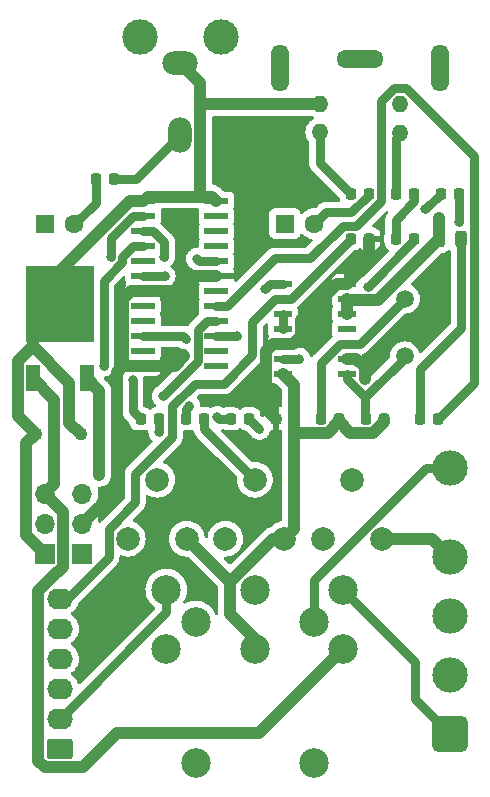
<source format=gbr>
G04 #@! TF.GenerationSoftware,KiCad,Pcbnew,(6.0.6-0)*
G04 #@! TF.CreationDate,2022-10-21T02:43:14+09:00*
G04 #@! TF.ProjectId,Spica,53706963-612e-46b6-9963-61645f706362,rev?*
G04 #@! TF.SameCoordinates,Original*
G04 #@! TF.FileFunction,Copper,L1,Top*
G04 #@! TF.FilePolarity,Positive*
%FSLAX46Y46*%
G04 Gerber Fmt 4.6, Leading zero omitted, Abs format (unit mm)*
G04 Created by KiCad (PCBNEW (6.0.6-0)) date 2022-10-21 02:43:14*
%MOMM*%
%LPD*%
G01*
G04 APERTURE LIST*
G04 Aperture macros list*
%AMRoundRect*
0 Rectangle with rounded corners*
0 $1 Rounding radius*
0 $2 $3 $4 $5 $6 $7 $8 $9 X,Y pos of 4 corners*
0 Add a 4 corners polygon primitive as box body*
4,1,4,$2,$3,$4,$5,$6,$7,$8,$9,$2,$3,0*
0 Add four circle primitives for the rounded corners*
1,1,$1+$1,$2,$3*
1,1,$1+$1,$4,$5*
1,1,$1+$1,$6,$7*
1,1,$1+$1,$8,$9*
0 Add four rect primitives between the rounded corners*
20,1,$1+$1,$2,$3,$4,$5,0*
20,1,$1+$1,$4,$5,$6,$7,0*
20,1,$1+$1,$6,$7,$8,$9,0*
20,1,$1+$1,$8,$9,$2,$3,0*%
G04 Aperture macros list end*
G04 #@! TA.AperFunction,ComponentPad*
%ADD10R,1.600000X1.600000*%
G04 #@! TD*
G04 #@! TA.AperFunction,ComponentPad*
%ADD11C,1.600000*%
G04 #@! TD*
G04 #@! TA.AperFunction,SMDPad,CuDef*
%ADD12R,2.000000X0.600000*%
G04 #@! TD*
G04 #@! TA.AperFunction,ComponentPad*
%ADD13R,1.700000X1.700000*%
G04 #@! TD*
G04 #@! TA.AperFunction,ComponentPad*
%ADD14O,1.700000X1.700000*%
G04 #@! TD*
G04 #@! TA.AperFunction,SMDPad,CuDef*
%ADD15RoundRect,0.218750X-0.218750X-0.256250X0.218750X-0.256250X0.218750X0.256250X-0.218750X0.256250X0*%
G04 #@! TD*
G04 #@! TA.AperFunction,ComponentPad*
%ADD16O,4.000000X1.500000*%
G04 #@! TD*
G04 #@! TA.AperFunction,ComponentPad*
%ADD17O,1.500000X4.000000*%
G04 #@! TD*
G04 #@! TA.AperFunction,ComponentPad*
%ADD18O,1.400000X1.400000*%
G04 #@! TD*
G04 #@! TA.AperFunction,ComponentPad*
%ADD19C,3.000000*%
G04 #@! TD*
G04 #@! TA.AperFunction,ComponentPad*
%ADD20O,2.000000X3.000000*%
G04 #@! TD*
G04 #@! TA.AperFunction,ComponentPad*
%ADD21O,3.000000X2.000000*%
G04 #@! TD*
G04 #@! TA.AperFunction,SMDPad,CuDef*
%ADD22RoundRect,0.243750X-0.243750X-0.456250X0.243750X-0.456250X0.243750X0.456250X-0.243750X0.456250X0*%
G04 #@! TD*
G04 #@! TA.AperFunction,SMDPad,CuDef*
%ADD23RoundRect,0.218750X0.218750X0.256250X-0.218750X0.256250X-0.218750X-0.256250X0.218750X-0.256250X0*%
G04 #@! TD*
G04 #@! TA.AperFunction,ComponentPad*
%ADD24C,2.000000*%
G04 #@! TD*
G04 #@! TA.AperFunction,SMDPad,CuDef*
%ADD25R,1.500000X0.600000*%
G04 #@! TD*
G04 #@! TA.AperFunction,SMDPad,CuDef*
%ADD26R,1.200000X2.200000*%
G04 #@! TD*
G04 #@! TA.AperFunction,SMDPad,CuDef*
%ADD27R,5.800000X6.400000*%
G04 #@! TD*
G04 #@! TA.AperFunction,ComponentPad*
%ADD28C,1.500000*%
G04 #@! TD*
G04 #@! TA.AperFunction,ComponentPad*
%ADD29C,2.500000*%
G04 #@! TD*
G04 #@! TA.AperFunction,ComponentPad*
%ADD30RoundRect,0.250000X0.850000X-0.620000X0.850000X0.620000X-0.850000X0.620000X-0.850000X-0.620000X0*%
G04 #@! TD*
G04 #@! TA.AperFunction,ComponentPad*
%ADD31O,2.200000X1.740000*%
G04 #@! TD*
G04 #@! TA.AperFunction,ComponentPad*
%ADD32RoundRect,0.441000X1.059000X-1.059000X1.059000X1.059000X-1.059000X1.059000X-1.059000X-1.059000X0*%
G04 #@! TD*
G04 #@! TA.AperFunction,ComponentPad*
%ADD33O,3.000000X3.000000*%
G04 #@! TD*
G04 #@! TA.AperFunction,ViaPad*
%ADD34C,0.800000*%
G04 #@! TD*
G04 #@! TA.AperFunction,Conductor*
%ADD35C,0.750000*%
G04 #@! TD*
G04 #@! TA.AperFunction,Conductor*
%ADD36C,1.000000*%
G04 #@! TD*
G04 APERTURE END LIST*
D10*
X58420000Y-81280000D03*
D11*
X60920000Y-81280000D03*
D10*
X78740000Y-81280000D03*
D11*
X81240000Y-81280000D03*
D12*
X66750000Y-79375000D03*
X66750000Y-80645000D03*
X66750000Y-81915000D03*
X66750000Y-83185000D03*
X66750000Y-84455000D03*
X66750000Y-85725000D03*
X66750000Y-86995000D03*
X66750000Y-88265000D03*
X66750000Y-89535000D03*
X66750000Y-90805000D03*
X66750000Y-92075000D03*
X66750000Y-93345000D03*
X72950000Y-93345000D03*
X72950000Y-92075000D03*
X72950000Y-90805000D03*
X72950000Y-89535000D03*
X72950000Y-88265000D03*
X72950000Y-86995000D03*
X72950000Y-85725000D03*
X72950000Y-84455000D03*
X72950000Y-83185000D03*
X72950000Y-81915000D03*
X72950000Y-80645000D03*
X72950000Y-79375000D03*
D13*
X58420000Y-109220000D03*
D14*
X58420000Y-106680000D03*
X58420000Y-104140000D03*
D15*
X66522500Y-97790000D03*
X68097500Y-97790000D03*
X70332500Y-97790000D03*
X71907500Y-97790000D03*
X74142500Y-97790000D03*
X75717500Y-97790000D03*
X88112500Y-82550000D03*
X89687500Y-82550000D03*
X77952500Y-97790000D03*
X79527500Y-97790000D03*
X57632500Y-99060000D03*
X59207500Y-99060000D03*
X61442500Y-99060000D03*
X63017500Y-99060000D03*
X81762500Y-97790000D03*
X83337500Y-97790000D03*
X85572500Y-97790000D03*
X87147500Y-97790000D03*
X90170000Y-97790000D03*
X91745000Y-97790000D03*
D16*
X85090000Y-67320000D03*
D17*
X91840000Y-68120000D03*
X78340000Y-68120000D03*
D18*
X81690000Y-71120000D03*
X88490000Y-71120000D03*
X81690000Y-73520000D03*
X88490000Y-73620000D03*
D19*
X73350000Y-65430000D03*
X66450000Y-65430000D03*
D20*
X69850000Y-73730000D03*
D21*
X69850000Y-67630000D03*
D22*
X91772500Y-82550000D03*
X93647500Y-82550000D03*
D23*
X64287500Y-77470000D03*
X62712500Y-77470000D03*
D15*
X84302500Y-78740000D03*
X85877500Y-78740000D03*
X88112500Y-78740000D03*
X89687500Y-78740000D03*
X91922500Y-78740000D03*
X93497500Y-78740000D03*
D24*
X73700000Y-107950000D03*
X76200000Y-102950000D03*
X78700000Y-107950000D03*
D25*
X78580000Y-86360000D03*
X78580000Y-87630000D03*
X78580000Y-88900000D03*
X78580000Y-90170000D03*
X78580000Y-91440000D03*
X78580000Y-92710000D03*
X78580000Y-93980000D03*
X83980000Y-93980000D03*
X83980000Y-92710000D03*
X83980000Y-91440000D03*
X83980000Y-90170000D03*
X83980000Y-88900000D03*
X83980000Y-87630000D03*
X83980000Y-86360000D03*
D26*
X57410000Y-94370000D03*
D27*
X59690000Y-88070000D03*
D26*
X61970000Y-94370000D03*
D28*
X88900000Y-87630000D03*
X88900000Y-92510000D03*
D29*
X81200000Y-126960000D03*
X71200000Y-126960000D03*
X83700000Y-117260000D03*
X76200000Y-117260000D03*
X68700000Y-117260000D03*
X81200000Y-114960000D03*
X71200000Y-114960000D03*
X83700000Y-112260000D03*
X68700000Y-112260000D03*
X76200000Y-112260000D03*
D24*
X65445000Y-107950000D03*
X67945000Y-102950000D03*
X70445000Y-107950000D03*
D13*
X61595000Y-109220000D03*
D14*
X61595000Y-106680000D03*
X61595000Y-104140000D03*
D24*
X81955000Y-107950000D03*
X84455000Y-102950000D03*
X86955000Y-107950000D03*
D30*
X59690000Y-125730000D03*
D31*
X59690000Y-123190000D03*
X59690000Y-120650000D03*
X59690000Y-118110000D03*
X59690000Y-115570000D03*
X59690000Y-113030000D03*
D32*
X92710000Y-124460000D03*
D33*
X92710000Y-119460000D03*
X92710000Y-114460000D03*
X92710000Y-109460000D03*
X92710000Y-101960000D03*
D15*
X84302500Y-82550000D03*
X85877500Y-82550000D03*
D34*
X63985600Y-84129500D03*
X65855200Y-94514300D03*
X68097500Y-98899000D03*
X70631700Y-96691000D03*
X68547700Y-84065000D03*
X73025000Y-97642700D03*
X63389100Y-93312700D03*
X76582100Y-98654600D03*
X71292600Y-84237100D03*
X68396600Y-95899000D03*
X85760700Y-86617800D03*
X74725700Y-90805000D03*
X70240700Y-92500200D03*
X77129600Y-93546000D03*
X85511600Y-94400000D03*
X91772500Y-80820800D03*
X93497500Y-81159100D03*
X90637900Y-80024600D03*
X68568500Y-85725000D03*
X77069800Y-86808700D03*
X70336700Y-91016000D03*
X79960800Y-92710000D03*
X63017500Y-102532900D03*
D35*
X65869300Y-80645000D02*
X63985600Y-82528700D01*
X66522500Y-97790000D02*
X65855200Y-97122700D01*
X65855200Y-97122700D02*
X65855200Y-94514300D01*
X63985600Y-82528700D02*
X63985600Y-84129500D01*
X66750000Y-80645000D02*
X65869300Y-80645000D01*
X68097500Y-97790000D02*
X68097500Y-98899000D01*
X71907500Y-98657500D02*
X76200000Y-102950000D01*
X71907500Y-97790000D02*
X71907500Y-98657500D01*
X70332500Y-97790000D02*
X70332500Y-96990200D01*
X68547700Y-82848700D02*
X68547700Y-84065000D01*
X70332500Y-96990200D02*
X70631700Y-96691000D01*
X66750000Y-81915000D02*
X67614000Y-81915000D01*
X67614000Y-81915000D02*
X68547700Y-82848700D01*
X74142500Y-97790000D02*
X73172300Y-97790000D01*
X73172300Y-97790000D02*
X73025000Y-97642700D01*
X63389100Y-93312700D02*
X63389100Y-86105300D01*
X64960900Y-84533500D02*
X64960900Y-84064200D01*
X65840100Y-83185000D02*
X66750000Y-83185000D01*
X64960900Y-84064200D02*
X65840100Y-83185000D01*
X63389100Y-86105300D02*
X64960900Y-84533500D01*
X76582100Y-98654600D02*
X75717500Y-97790000D01*
X71510500Y-84455000D02*
X71292600Y-84237100D01*
X72950000Y-84455000D02*
X71510500Y-84455000D01*
X60920000Y-81280000D02*
X62712500Y-79487500D01*
X62712500Y-79487500D02*
X62712500Y-77470000D01*
X82190300Y-80329700D02*
X81240000Y-81280000D01*
X85877500Y-78823500D02*
X84371300Y-80329700D01*
X84371300Y-80329700D02*
X82190300Y-80329700D01*
X85877500Y-78740000D02*
X85877500Y-78823500D01*
X72106400Y-89535000D02*
X72950000Y-89535000D01*
X71374600Y-92921000D02*
X71374600Y-90266800D01*
X68396600Y-95899000D02*
X71374600Y-92921000D01*
X71374600Y-90266800D02*
X72106400Y-89535000D01*
X72950000Y-90805000D02*
X74725700Y-90805000D01*
X85760700Y-86617800D02*
X89687500Y-82691000D01*
X89687500Y-82691000D02*
X89687500Y-82550000D01*
X89687500Y-79383800D02*
X89687500Y-78740000D01*
X88112500Y-80958800D02*
X89687500Y-79383800D01*
X88112500Y-82550000D02*
X88112500Y-80958800D01*
D36*
X77750800Y-91440000D02*
X77129600Y-92061200D01*
X65001600Y-93322900D02*
X64486700Y-93837800D01*
X83980000Y-86360000D02*
X83119500Y-86360000D01*
X85511600Y-94400000D02*
X85511600Y-93436600D01*
X78580000Y-91440000D02*
X77750800Y-91440000D01*
X79398400Y-91440000D02*
X78580000Y-91440000D01*
X70646000Y-85725000D02*
X72950000Y-85725000D01*
X85877500Y-84462500D02*
X83980000Y-86360000D01*
X70240700Y-92500200D02*
X69395900Y-93345000D01*
X66727900Y-93322900D02*
X65001600Y-93322900D01*
X69376000Y-86995000D02*
X70646000Y-85725000D01*
X66750000Y-86995000D02*
X69376000Y-86995000D01*
X77129600Y-93546000D02*
X77129600Y-96967100D01*
X65001600Y-93322900D02*
X65001600Y-87680700D01*
X85877500Y-82550000D02*
X85877500Y-84462500D01*
X64486700Y-103788300D02*
X61595000Y-106680000D01*
X84785000Y-92710000D02*
X83980000Y-92710000D01*
X66750000Y-93345000D02*
X66727900Y-93322900D01*
X77129600Y-92061200D02*
X77129600Y-93546000D01*
X69395900Y-93345000D02*
X66750000Y-93345000D01*
X65687300Y-86995000D02*
X66750000Y-86995000D01*
X80070100Y-90768300D02*
X79398400Y-91440000D01*
X64486700Y-93837800D02*
X64486700Y-103788300D01*
X77129600Y-96967100D02*
X77952500Y-97790000D01*
X85511600Y-93436600D02*
X84785000Y-92710000D01*
X83119500Y-86360000D02*
X80070100Y-89409400D01*
X80070100Y-89409400D02*
X80070100Y-90768300D01*
X65001600Y-87680700D02*
X65687300Y-86995000D01*
X60495100Y-98112600D02*
X61442500Y-99060000D01*
X72552400Y-78977400D02*
X72950000Y-79375000D01*
X74098500Y-111603400D02*
X74098400Y-111603500D01*
X83337500Y-98021400D02*
X83337500Y-97790000D01*
X70445000Y-107950000D02*
X74098500Y-111603400D01*
X57407400Y-90352600D02*
X59690000Y-88070000D01*
X71597000Y-69377000D02*
X69850000Y-67630000D01*
X91200000Y-107950000D02*
X92710000Y-109460000D01*
X67147600Y-78977400D02*
X71597000Y-78977400D01*
X84287400Y-98971300D02*
X86207100Y-98971300D01*
X66750000Y-79375000D02*
X67147600Y-78977400D01*
X56109600Y-97537100D02*
X56109600Y-92938100D01*
X74098400Y-114312200D02*
X76200000Y-116413800D01*
X76200000Y-116413800D02*
X76200000Y-117260000D01*
X91772500Y-82550000D02*
X91772500Y-80820800D01*
X79527500Y-97790000D02*
X79527500Y-98999400D01*
X83337500Y-98021400D02*
X84287400Y-98971300D01*
X58420000Y-109220000D02*
X56835400Y-107635400D01*
X84038700Y-87688700D02*
X83980000Y-87630000D01*
X86955000Y-107950000D02*
X91200000Y-107950000D01*
X56109600Y-92938100D02*
X57407500Y-91640200D01*
X86604400Y-87718100D02*
X91772500Y-82550000D01*
X71597000Y-71120000D02*
X71597000Y-69377000D01*
X79527500Y-94927500D02*
X78580000Y-93980000D01*
X59690000Y-85295600D02*
X65610600Y-79375000D01*
X79527500Y-97790000D02*
X79527500Y-94927500D01*
X77751900Y-107950000D02*
X74098500Y-111603400D01*
X57407500Y-91640200D02*
X60495100Y-94727900D01*
X57632500Y-99060000D02*
X56109600Y-97537100D01*
X86207100Y-98971300D02*
X87147500Y-98030900D01*
X57407400Y-91640200D02*
X57407400Y-90352600D01*
X79527500Y-107122500D02*
X78700000Y-107950000D01*
X56835400Y-107635400D02*
X56835400Y-99857100D01*
X79527500Y-98999400D02*
X79527500Y-107122500D01*
X71597000Y-78977400D02*
X72552400Y-78977400D01*
X74098400Y-111603500D02*
X74098400Y-114312200D01*
X84038700Y-87718100D02*
X84038700Y-87688700D01*
X84038700Y-88841300D02*
X84038700Y-87718100D01*
X83980000Y-88900000D02*
X84038700Y-88841300D01*
X65610600Y-79375000D02*
X66750000Y-79375000D01*
X78700000Y-107950000D02*
X77751900Y-107950000D01*
X59690000Y-88070000D02*
X59690000Y-85295600D01*
X57407500Y-91640200D02*
X57407400Y-91640200D01*
X79527500Y-98999400D02*
X82359500Y-98999400D01*
X84038700Y-87718100D02*
X86604400Y-87718100D01*
X56835400Y-99857100D02*
X57632500Y-99060000D01*
X60495100Y-94727900D02*
X60495100Y-98112600D01*
X71597000Y-78977400D02*
X71597000Y-71120000D01*
X81690000Y-71120000D02*
X71597000Y-71120000D01*
X82359500Y-98999400D02*
X83337500Y-98021400D01*
X87147500Y-98030900D02*
X87147500Y-97790000D01*
X76565300Y-124394700D02*
X83700000Y-117260000D01*
X59970400Y-105690400D02*
X59970400Y-110360000D01*
X59560000Y-110770400D02*
X59455500Y-110770400D01*
X57410000Y-94370000D02*
X59207500Y-96167500D01*
X59455500Y-110770400D02*
X57842300Y-112383600D01*
X64523700Y-124394700D02*
X76565300Y-124394700D01*
X57842300Y-112383600D02*
X57842300Y-126738500D01*
X61611500Y-127306900D02*
X64523700Y-124394700D01*
X58410700Y-127306900D02*
X61611500Y-127306900D01*
X59207500Y-96167500D02*
X59207500Y-99060000D01*
X58420000Y-104140000D02*
X59207500Y-103352500D01*
X57842300Y-126738500D02*
X58410700Y-127306900D01*
X59970400Y-110360000D02*
X59560000Y-110770400D01*
X58420000Y-104140000D02*
X59970400Y-105690400D01*
X59207500Y-103352500D02*
X59207500Y-99060000D01*
D35*
X83980000Y-91440000D02*
X83380800Y-91440000D01*
X81762500Y-93058300D02*
X81762500Y-97790000D01*
X85090000Y-91440000D02*
X83980000Y-91440000D01*
X93497500Y-78740000D02*
X93497500Y-81159100D01*
X88900000Y-87630000D02*
X85090000Y-91440000D01*
X83380800Y-91440000D02*
X81762500Y-93058300D01*
X83980000Y-94392300D02*
X85551000Y-95963300D01*
X85551000Y-95963300D02*
X85551000Y-97768500D01*
X88900000Y-92510000D02*
X88900000Y-92614300D01*
X88900000Y-92614300D02*
X85551000Y-95963300D01*
X90637900Y-80024600D02*
X91922500Y-78740000D01*
X85551000Y-97768500D02*
X85572500Y-97790000D01*
X83980000Y-93980000D02*
X83980000Y-94392300D01*
X66750000Y-85725000D02*
X68568500Y-85725000D01*
X83620300Y-81474600D02*
X84741100Y-81474600D01*
X87989900Y-69807700D02*
X89006800Y-69807700D01*
X73822400Y-88265000D02*
X77881700Y-84205700D01*
X86891100Y-70906500D02*
X87989900Y-69807700D01*
X84741100Y-81474600D02*
X86891100Y-79324600D01*
X89006800Y-69807700D02*
X94733300Y-75534200D01*
X86891100Y-79324600D02*
X86891100Y-70906500D01*
X72950000Y-88265000D02*
X73822400Y-88265000D01*
X94733300Y-75534200D02*
X94733300Y-94801700D01*
X80889200Y-84205700D02*
X83620300Y-81474600D01*
X77881700Y-84205700D02*
X80889200Y-84205700D01*
X94733300Y-94801700D02*
X91745000Y-97790000D01*
X93647500Y-90106200D02*
X90170000Y-93583700D01*
X90170000Y-93583700D02*
X90170000Y-97790000D01*
X93647500Y-82550000D02*
X93647500Y-90106200D01*
X90717000Y-101960000D02*
X92710000Y-101960000D01*
X81200000Y-111477000D02*
X90717000Y-101960000D01*
X77069800Y-86808700D02*
X77518500Y-86360000D01*
X81200000Y-114960000D02*
X81200000Y-111477000D01*
X77518500Y-86360000D02*
X78580000Y-86360000D01*
X75987400Y-92436200D02*
X75987400Y-89586800D01*
X63854100Y-107096700D02*
X66069800Y-104881000D01*
X69201800Y-99352200D02*
X69201800Y-96741300D01*
X69201800Y-96741300D02*
X71116700Y-94826400D01*
X66069800Y-104881000D02*
X66069800Y-102484200D01*
X63854100Y-109478900D02*
X63854100Y-107096700D01*
X59690000Y-113030000D02*
X60303000Y-113030000D01*
X78580000Y-87630000D02*
X79222500Y-87630000D01*
X79222500Y-87630000D02*
X84302500Y-82550000D01*
X77944200Y-87630000D02*
X78580000Y-87630000D01*
X60303000Y-113030000D02*
X63854100Y-109478900D01*
X75987400Y-89586800D02*
X77944200Y-87630000D01*
X71116700Y-94826400D02*
X73597200Y-94826400D01*
X66069800Y-102484200D02*
X69201800Y-99352200D01*
X73597200Y-94826400D02*
X75987400Y-92436200D01*
X89785400Y-118345400D02*
X89785400Y-121535400D01*
X83700000Y-112260000D02*
X89785400Y-118345400D01*
X89785400Y-121535400D02*
X92710000Y-124460000D01*
X68700000Y-112260000D02*
X68700000Y-114180000D01*
X68700000Y-114180000D02*
X59690000Y-123190000D01*
X88112500Y-78740000D02*
X88112500Y-73997500D01*
X88112500Y-73997500D02*
X88490000Y-73620000D01*
X81690000Y-76127500D02*
X81690000Y-73520000D01*
X84302500Y-78740000D02*
X81690000Y-76127500D01*
X66110000Y-77470000D02*
X69850000Y-73730000D01*
X64287500Y-77470000D02*
X66110000Y-77470000D01*
X79960800Y-92710000D02*
X78580000Y-92710000D01*
X66750000Y-90805000D02*
X70125700Y-90805000D01*
X70125700Y-90805000D02*
X70336700Y-91016000D01*
X78580000Y-90170000D02*
X78580000Y-88900000D01*
D36*
X63017500Y-102532900D02*
X63017500Y-99060000D01*
X61970000Y-94370000D02*
X63017500Y-95417500D01*
X63017500Y-95417500D02*
X63017500Y-99060000D01*
G04 #@! TA.AperFunction,Conductor*
G36*
X87426758Y-80142566D02*
G01*
X87483594Y-80185113D01*
X87508405Y-80251633D01*
X87493314Y-80321007D01*
X87476367Y-80344927D01*
X87473595Y-80348005D01*
X87469073Y-80352769D01*
X87455028Y-80366814D01*
X87452944Y-80369388D01*
X87452941Y-80369391D01*
X87442531Y-80382246D01*
X87438247Y-80387262D01*
X87398217Y-80431720D01*
X87398213Y-80431725D01*
X87393796Y-80436631D01*
X87387291Y-80447897D01*
X87387089Y-80448248D01*
X87375891Y-80464541D01*
X87367453Y-80474961D01*
X87337287Y-80534163D01*
X87334154Y-80539933D01*
X87304240Y-80591745D01*
X87304238Y-80591750D01*
X87300936Y-80597469D01*
X87298895Y-80603749D01*
X87298892Y-80603757D01*
X87296792Y-80610221D01*
X87289228Y-80628483D01*
X87286137Y-80634549D01*
X87286134Y-80634558D01*
X87283138Y-80640437D01*
X87281429Y-80646815D01*
X87265944Y-80704604D01*
X87264078Y-80710906D01*
X87243546Y-80774098D01*
X87242856Y-80780666D01*
X87242145Y-80787428D01*
X87238542Y-80806871D01*
X87235070Y-80819829D01*
X87234725Y-80826419D01*
X87234724Y-80826423D01*
X87231593Y-80886167D01*
X87231077Y-80892731D01*
X87229000Y-80912494D01*
X87229000Y-80932355D01*
X87228827Y-80938950D01*
X87225350Y-81005293D01*
X87226382Y-81011807D01*
X87227449Y-81018544D01*
X87229000Y-81038256D01*
X87229000Y-81967426D01*
X87222593Y-82007094D01*
X87181319Y-82131531D01*
X87176762Y-82145269D01*
X87166500Y-82245428D01*
X87166500Y-82854572D01*
X87177022Y-82955982D01*
X87230692Y-83116849D01*
X87319929Y-83261055D01*
X87439947Y-83380864D01*
X87446177Y-83384704D01*
X87446178Y-83384705D01*
X87494944Y-83414765D01*
X87542438Y-83467538D01*
X87553861Y-83537609D01*
X87525586Y-83602733D01*
X87517924Y-83611119D01*
X86390087Y-84738955D01*
X85340911Y-85788131D01*
X85278599Y-85822157D01*
X85207783Y-85817092D01*
X85150989Y-85774600D01*
X85098284Y-85704275D01*
X85085724Y-85691715D01*
X84983649Y-85615214D01*
X84968054Y-85606676D01*
X84847606Y-85561522D01*
X84832351Y-85557895D01*
X84781486Y-85552369D01*
X84774672Y-85552000D01*
X84252115Y-85552000D01*
X84236876Y-85556475D01*
X84235671Y-85557865D01*
X84234000Y-85565548D01*
X84234000Y-86488000D01*
X84213998Y-86556121D01*
X84160342Y-86602614D01*
X84108000Y-86614000D01*
X82740116Y-86614000D01*
X82724877Y-86618475D01*
X82723672Y-86619865D01*
X82722001Y-86627548D01*
X82722001Y-86704669D01*
X82722371Y-86711490D01*
X82727895Y-86762352D01*
X82731521Y-86777604D01*
X82776676Y-86898054D01*
X82785214Y-86913648D01*
X82789239Y-86919019D01*
X82814086Y-86985526D01*
X82799032Y-87054908D01*
X82789239Y-87070147D01*
X82784770Y-87076109D01*
X82784768Y-87076112D01*
X82779385Y-87083295D01*
X82728255Y-87219684D01*
X82721500Y-87281866D01*
X82721500Y-87978134D01*
X82728255Y-88040316D01*
X82779385Y-88176705D01*
X82788926Y-88189435D01*
X82813774Y-88255939D01*
X82798722Y-88325322D01*
X82788930Y-88340559D01*
X82779385Y-88353295D01*
X82728255Y-88489684D01*
X82721500Y-88551866D01*
X82721500Y-89248134D01*
X82728255Y-89310316D01*
X82779385Y-89446705D01*
X82788926Y-89459435D01*
X82813774Y-89525939D01*
X82798722Y-89595322D01*
X82788930Y-89610559D01*
X82779385Y-89623295D01*
X82728255Y-89759684D01*
X82721500Y-89821866D01*
X82721500Y-90518134D01*
X82728255Y-90580316D01*
X82731027Y-90587712D01*
X82731029Y-90587718D01*
X82770527Y-90693078D01*
X82775710Y-90763885D01*
X82736857Y-90830941D01*
X82720615Y-90845566D01*
X82716735Y-90850906D01*
X82716728Y-90850914D01*
X82712727Y-90856422D01*
X82699886Y-90871457D01*
X81193954Y-92377388D01*
X81178926Y-92390225D01*
X81168066Y-92398115D01*
X81163645Y-92403025D01*
X81163644Y-92403026D01*
X81123614Y-92447484D01*
X81119073Y-92452269D01*
X81105028Y-92466314D01*
X81102944Y-92468888D01*
X81102941Y-92468891D01*
X81092531Y-92481746D01*
X81088247Y-92486763D01*
X81054443Y-92524306D01*
X80993997Y-92561545D01*
X80923013Y-92560193D01*
X80864029Y-92520679D01*
X80840974Y-92478931D01*
X80836875Y-92466314D01*
X80795327Y-92338444D01*
X80788807Y-92327150D01*
X80749328Y-92258772D01*
X80699840Y-92173056D01*
X80692957Y-92165411D01*
X80576475Y-92036045D01*
X80576474Y-92036044D01*
X80572053Y-92031134D01*
X80434618Y-91931281D01*
X80422894Y-91922763D01*
X80422893Y-91922762D01*
X80417552Y-91918882D01*
X80411524Y-91916198D01*
X80411522Y-91916197D01*
X80249119Y-91843891D01*
X80249118Y-91843891D01*
X80243088Y-91841206D01*
X80149688Y-91821353D01*
X80062744Y-91802872D01*
X80062739Y-91802872D01*
X80056287Y-91801500D01*
X79958568Y-91801500D01*
X79890447Y-91781498D01*
X79843954Y-91727842D01*
X79837672Y-91710998D01*
X79833525Y-91696876D01*
X79832135Y-91695671D01*
X79824452Y-91694000D01*
X77340116Y-91694000D01*
X77324877Y-91698475D01*
X77323672Y-91699865D01*
X77322001Y-91707548D01*
X77322001Y-91784669D01*
X77322371Y-91791490D01*
X77327895Y-91842352D01*
X77331521Y-91857604D01*
X77376676Y-91978054D01*
X77385214Y-91993648D01*
X77389239Y-91999019D01*
X77414086Y-92065526D01*
X77399032Y-92134908D01*
X77389239Y-92150147D01*
X77384770Y-92156109D01*
X77384768Y-92156112D01*
X77379385Y-92163295D01*
X77328255Y-92299684D01*
X77321500Y-92361866D01*
X77321500Y-93058134D01*
X77328255Y-93120316D01*
X77379385Y-93256705D01*
X77388926Y-93269435D01*
X77413774Y-93335939D01*
X77398722Y-93405322D01*
X77388930Y-93420559D01*
X77379385Y-93433295D01*
X77328255Y-93569684D01*
X77321500Y-93631866D01*
X77321500Y-94328134D01*
X77328255Y-94390316D01*
X77379385Y-94526705D01*
X77466739Y-94643261D01*
X77583295Y-94730615D01*
X77719684Y-94781745D01*
X77781866Y-94788500D01*
X77910074Y-94788500D01*
X77978195Y-94808502D01*
X77999169Y-94825404D01*
X78482095Y-95308329D01*
X78516120Y-95370642D01*
X78519000Y-95397425D01*
X78519000Y-96708842D01*
X78498998Y-96776963D01*
X78445342Y-96823456D01*
X78375068Y-96833560D01*
X78353333Y-96828435D01*
X78326157Y-96819421D01*
X78312790Y-96816555D01*
X78223300Y-96807386D01*
X78209376Y-96811475D01*
X78208171Y-96812865D01*
X78206500Y-96820548D01*
X78206500Y-98754885D01*
X78210975Y-98770124D01*
X78212365Y-98771329D01*
X78219321Y-98772842D01*
X78222782Y-98772663D01*
X78314021Y-98763196D01*
X78327423Y-98760302D01*
X78353123Y-98751727D01*
X78424073Y-98749141D01*
X78485157Y-98785325D01*
X78516982Y-98848789D01*
X78519000Y-98871250D01*
X78519000Y-98939527D01*
X78518310Y-98952697D01*
X78516546Y-98969485D01*
X78514145Y-98992325D01*
X78514704Y-98998465D01*
X78518481Y-99039970D01*
X78519000Y-99051390D01*
X78519000Y-106342759D01*
X78498998Y-106410880D01*
X78445342Y-106457373D01*
X78422414Y-106465278D01*
X78341142Y-106484790D01*
X78232406Y-106510895D01*
X78227835Y-106512788D01*
X78227833Y-106512789D01*
X78017611Y-106599865D01*
X78017607Y-106599867D01*
X78013037Y-106601760D01*
X78008817Y-106604346D01*
X77814798Y-106723241D01*
X77814792Y-106723245D01*
X77810584Y-106725824D01*
X77630031Y-106880031D01*
X77626812Y-106883800D01*
X77592747Y-106923684D01*
X77533355Y-106962475D01*
X77466197Y-106982751D01*
X77464933Y-106983126D01*
X77381486Y-107007370D01*
X77381482Y-107007372D01*
X77375564Y-107009091D01*
X77370832Y-107011544D01*
X77365731Y-107013084D01*
X77360288Y-107015978D01*
X77283640Y-107056731D01*
X77282474Y-107057343D01*
X77249426Y-107074474D01*
X77199974Y-107100108D01*
X77195811Y-107103431D01*
X77191104Y-107105934D01*
X77186329Y-107109828D01*
X77186328Y-107109829D01*
X77119002Y-107164739D01*
X77117975Y-107165567D01*
X77081692Y-107194531D01*
X77081687Y-107194536D01*
X77078928Y-107196738D01*
X77076427Y-107199239D01*
X77075709Y-107199881D01*
X77071361Y-107203594D01*
X77037838Y-107230935D01*
X77033915Y-107235677D01*
X77033913Y-107235679D01*
X77008603Y-107266273D01*
X77000613Y-107275053D01*
X74187585Y-110088081D01*
X74125273Y-110122107D01*
X74054458Y-110117042D01*
X74009396Y-110088083D01*
X73989637Y-110068324D01*
X73794380Y-109873073D01*
X73599018Y-109677716D01*
X73564992Y-109615404D01*
X73570056Y-109544588D01*
X73612602Y-109487752D01*
X73679122Y-109462940D01*
X73690114Y-109462981D01*
X73690114Y-109462777D01*
X73695070Y-109462777D01*
X73700000Y-109463165D01*
X73936711Y-109444535D01*
X73941518Y-109443381D01*
X73941524Y-109443380D01*
X74099949Y-109405345D01*
X74167594Y-109389105D01*
X74172167Y-109387211D01*
X74382389Y-109300135D01*
X74382393Y-109300133D01*
X74386963Y-109298240D01*
X74433162Y-109269929D01*
X74585202Y-109176759D01*
X74585208Y-109176755D01*
X74589416Y-109174176D01*
X74769969Y-109019969D01*
X74924176Y-108839416D01*
X74926755Y-108835208D01*
X74926759Y-108835202D01*
X75045654Y-108641183D01*
X75048240Y-108636963D01*
X75050137Y-108632385D01*
X75137211Y-108422167D01*
X75137212Y-108422165D01*
X75139105Y-108417594D01*
X75162087Y-108321866D01*
X75193380Y-108191524D01*
X75193381Y-108191518D01*
X75194535Y-108186711D01*
X75213165Y-107950000D01*
X75194535Y-107713289D01*
X75190151Y-107695026D01*
X75147794Y-107518599D01*
X75139105Y-107482406D01*
X75132661Y-107466849D01*
X75050135Y-107267611D01*
X75050133Y-107267607D01*
X75048240Y-107263037D01*
X75026185Y-107227046D01*
X74926759Y-107064798D01*
X74926755Y-107064792D01*
X74924176Y-107060584D01*
X74769969Y-106880031D01*
X74589416Y-106725824D01*
X74585208Y-106723245D01*
X74585202Y-106723241D01*
X74391183Y-106604346D01*
X74386963Y-106601760D01*
X74382393Y-106599867D01*
X74382389Y-106599865D01*
X74172167Y-106512789D01*
X74172165Y-106512788D01*
X74167594Y-106510895D01*
X74087391Y-106491640D01*
X73941524Y-106456620D01*
X73941518Y-106456619D01*
X73936711Y-106455465D01*
X73700000Y-106436835D01*
X73463289Y-106455465D01*
X73458482Y-106456619D01*
X73458476Y-106456620D01*
X73312609Y-106491640D01*
X73232406Y-106510895D01*
X73227835Y-106512788D01*
X73227833Y-106512789D01*
X73017611Y-106599865D01*
X73017607Y-106599867D01*
X73013037Y-106601760D01*
X73008817Y-106604346D01*
X72814798Y-106723241D01*
X72814792Y-106723245D01*
X72810584Y-106725824D01*
X72630031Y-106880031D01*
X72475824Y-107060584D01*
X72473245Y-107064792D01*
X72473241Y-107064798D01*
X72373815Y-107227046D01*
X72351760Y-107263037D01*
X72349867Y-107267607D01*
X72349865Y-107267611D01*
X72267339Y-107466849D01*
X72260895Y-107482406D01*
X72252206Y-107518599D01*
X72209850Y-107695026D01*
X72205465Y-107713289D01*
X72198906Y-107796627D01*
X72198112Y-107806716D01*
X72172826Y-107873057D01*
X72115688Y-107915197D01*
X72044838Y-107919756D01*
X71982771Y-107885287D01*
X71949191Y-107822733D01*
X71946888Y-107806716D01*
X71946094Y-107796627D01*
X71939535Y-107713289D01*
X71935151Y-107695026D01*
X71892794Y-107518599D01*
X71884105Y-107482406D01*
X71877661Y-107466849D01*
X71795135Y-107267611D01*
X71795133Y-107267607D01*
X71793240Y-107263037D01*
X71771185Y-107227046D01*
X71671759Y-107064798D01*
X71671755Y-107064792D01*
X71669176Y-107060584D01*
X71514969Y-106880031D01*
X71334416Y-106725824D01*
X71330208Y-106723245D01*
X71330202Y-106723241D01*
X71136183Y-106604346D01*
X71131963Y-106601760D01*
X71127393Y-106599867D01*
X71127389Y-106599865D01*
X70917167Y-106512789D01*
X70917165Y-106512788D01*
X70912594Y-106510895D01*
X70832391Y-106491640D01*
X70686524Y-106456620D01*
X70686518Y-106456619D01*
X70681711Y-106455465D01*
X70445000Y-106436835D01*
X70208289Y-106455465D01*
X70203482Y-106456619D01*
X70203476Y-106456620D01*
X70057609Y-106491640D01*
X69977406Y-106510895D01*
X69972835Y-106512788D01*
X69972833Y-106512789D01*
X69762611Y-106599865D01*
X69762607Y-106599867D01*
X69758037Y-106601760D01*
X69753817Y-106604346D01*
X69559798Y-106723241D01*
X69559792Y-106723245D01*
X69555584Y-106725824D01*
X69375031Y-106880031D01*
X69220824Y-107060584D01*
X69218245Y-107064792D01*
X69218241Y-107064798D01*
X69118815Y-107227046D01*
X69096760Y-107263037D01*
X69094867Y-107267607D01*
X69094865Y-107267611D01*
X69012339Y-107466849D01*
X69005895Y-107482406D01*
X68997206Y-107518599D01*
X68954850Y-107695026D01*
X68950465Y-107713289D01*
X68931835Y-107950000D01*
X68950465Y-108186711D01*
X68951619Y-108191518D01*
X68951620Y-108191524D01*
X68982913Y-108321866D01*
X69005895Y-108417594D01*
X69007788Y-108422165D01*
X69007789Y-108422167D01*
X69094864Y-108632385D01*
X69096760Y-108636963D01*
X69099346Y-108641183D01*
X69218241Y-108835202D01*
X69218245Y-108835208D01*
X69220824Y-108839416D01*
X69375031Y-109019969D01*
X69555584Y-109174176D01*
X69559792Y-109176755D01*
X69559798Y-109176759D01*
X69711838Y-109269929D01*
X69758037Y-109298240D01*
X69762607Y-109300133D01*
X69762611Y-109300135D01*
X69972833Y-109387211D01*
X69977406Y-109389105D01*
X70045051Y-109405345D01*
X70203476Y-109443380D01*
X70203482Y-109443381D01*
X70208289Y-109444535D01*
X70445000Y-109463165D01*
X70449930Y-109462777D01*
X70449940Y-109462777D01*
X70467699Y-109461379D01*
X70537179Y-109475973D01*
X70566681Y-109497893D01*
X73052994Y-111984138D01*
X73087020Y-112046450D01*
X73089900Y-112073235D01*
X73089900Y-114250357D01*
X73089163Y-114263963D01*
X73085277Y-114299739D01*
X73058036Y-114365302D01*
X72999674Y-114405729D01*
X72928720Y-114408185D01*
X72867701Y-114371891D01*
X72842581Y-114331800D01*
X72793340Y-114205176D01*
X72793339Y-114205173D01*
X72791647Y-114200823D01*
X72774132Y-114170177D01*
X72689645Y-114022357D01*
X72661951Y-113973902D01*
X72500138Y-113768643D01*
X72309763Y-113589557D01*
X72095009Y-113440576D01*
X72086543Y-113436401D01*
X71864781Y-113327040D01*
X71864778Y-113327039D01*
X71860593Y-113324975D01*
X71848985Y-113321259D01*
X71616123Y-113246720D01*
X71611665Y-113245293D01*
X71353693Y-113203279D01*
X71239942Y-113201790D01*
X71097022Y-113199919D01*
X71097019Y-113199919D01*
X71092345Y-113199858D01*
X70833362Y-113235104D01*
X70582433Y-113308243D01*
X70578180Y-113310203D01*
X70578179Y-113310204D01*
X70541659Y-113327040D01*
X70345072Y-113417668D01*
X70324202Y-113431351D01*
X70256266Y-113451973D01*
X70187966Y-113432592D01*
X70140986Y-113379363D01*
X70130242Y-113309184D01*
X70149147Y-113257815D01*
X70157202Y-113245293D01*
X70249733Y-113101437D01*
X70357083Y-112863129D01*
X70395567Y-112726676D01*
X70426760Y-112616076D01*
X70426761Y-112616073D01*
X70428030Y-112611572D01*
X70444832Y-112479496D01*
X70460616Y-112355421D01*
X70460616Y-112355417D01*
X70461014Y-112352291D01*
X70461544Y-112332079D01*
X70463000Y-112276443D01*
X70463431Y-112260000D01*
X70449552Y-112073235D01*
X70444407Y-112004000D01*
X70444406Y-112003996D01*
X70444061Y-111999348D01*
X70440620Y-111984138D01*
X70387408Y-111748980D01*
X70386377Y-111744423D01*
X70369279Y-111700455D01*
X70293340Y-111505176D01*
X70293339Y-111505173D01*
X70291647Y-111500823D01*
X70285156Y-111489465D01*
X70203690Y-111346930D01*
X70161951Y-111273902D01*
X70000138Y-111068643D01*
X69809763Y-110889557D01*
X69657437Y-110783884D01*
X69598851Y-110743241D01*
X69598848Y-110743239D01*
X69595009Y-110740576D01*
X69558217Y-110722432D01*
X69364781Y-110627040D01*
X69364778Y-110627039D01*
X69360593Y-110624975D01*
X69314449Y-110610204D01*
X69116123Y-110546720D01*
X69111665Y-110545293D01*
X68853693Y-110503279D01*
X68739942Y-110501790D01*
X68597022Y-110499919D01*
X68597019Y-110499919D01*
X68592345Y-110499858D01*
X68333362Y-110535104D01*
X68328876Y-110536412D01*
X68328874Y-110536412D01*
X68312255Y-110541256D01*
X68082433Y-110608243D01*
X68078180Y-110610203D01*
X68078179Y-110610204D01*
X68041659Y-110627040D01*
X67845072Y-110717668D01*
X67806067Y-110743241D01*
X67630404Y-110858410D01*
X67630399Y-110858414D01*
X67626491Y-110860976D01*
X67431494Y-111035018D01*
X67264363Y-111235970D01*
X67261934Y-111239973D01*
X67134150Y-111450555D01*
X67128771Y-111459419D01*
X67027697Y-111700455D01*
X66963359Y-111953783D01*
X66962891Y-111958434D01*
X66962890Y-111958438D01*
X66958302Y-112004000D01*
X66937173Y-112213839D01*
X66937397Y-112218505D01*
X66937397Y-112218511D01*
X66942432Y-112323330D01*
X66949713Y-112474908D01*
X67000704Y-112731256D01*
X67089026Y-112977252D01*
X67098878Y-112995588D01*
X67208975Y-113200489D01*
X67212737Y-113207491D01*
X67215532Y-113211234D01*
X67215534Y-113211237D01*
X67366330Y-113413177D01*
X67366335Y-113413183D01*
X67369122Y-113416915D01*
X67372431Y-113420195D01*
X67372436Y-113420201D01*
X67511857Y-113558410D01*
X67554743Y-113600923D01*
X67558505Y-113603681D01*
X67558508Y-113603684D01*
X67604452Y-113637371D01*
X67710280Y-113714968D01*
X67753387Y-113771377D01*
X67759154Y-113842139D01*
X67724869Y-113905673D01*
X61418541Y-120212001D01*
X61356229Y-120246027D01*
X61285414Y-120240962D01*
X61228578Y-120198415D01*
X61212254Y-120169188D01*
X61163563Y-120045895D01*
X61159203Y-120034854D01*
X61037841Y-119834856D01*
X60884517Y-119658166D01*
X60703614Y-119509835D01*
X60698984Y-119507199D01*
X60698979Y-119507196D01*
X60666484Y-119488699D01*
X60617178Y-119437616D01*
X60603317Y-119367985D01*
X60629301Y-119301915D01*
X60658450Y-119274677D01*
X60698148Y-119247951D01*
X60786896Y-119188202D01*
X60792789Y-119182581D01*
X60861240Y-119117281D01*
X60956168Y-119026724D01*
X60981475Y-118992711D01*
X61092627Y-118843317D01*
X61095813Y-118839035D01*
X61104614Y-118821726D01*
X61199420Y-118635256D01*
X61199420Y-118635255D01*
X61201838Y-118630500D01*
X61271210Y-118407083D01*
X61272360Y-118398409D01*
X61301248Y-118180455D01*
X61301248Y-118180451D01*
X61301948Y-118175171D01*
X61293172Y-117941396D01*
X61264945Y-117806868D01*
X61246229Y-117717668D01*
X61246228Y-117717665D01*
X61245132Y-117712441D01*
X61159203Y-117494854D01*
X61074593Y-117355421D01*
X61040609Y-117299417D01*
X61040607Y-117299414D01*
X61037841Y-117294856D01*
X60884517Y-117118166D01*
X60703614Y-116969835D01*
X60698984Y-116967199D01*
X60698979Y-116967196D01*
X60666484Y-116948699D01*
X60617178Y-116897616D01*
X60603317Y-116827985D01*
X60629301Y-116761915D01*
X60658450Y-116734677D01*
X60715682Y-116696146D01*
X60786896Y-116648202D01*
X60810687Y-116625507D01*
X60916902Y-116524182D01*
X60956168Y-116486724D01*
X61095813Y-116299035D01*
X61106529Y-116277960D01*
X61199420Y-116095256D01*
X61199420Y-116095255D01*
X61201838Y-116090500D01*
X61271210Y-115867083D01*
X61283910Y-115771264D01*
X61301248Y-115640455D01*
X61301248Y-115640451D01*
X61301948Y-115635171D01*
X61301378Y-115619973D01*
X61293372Y-115406727D01*
X61293172Y-115401396D01*
X61272281Y-115301830D01*
X61246229Y-115177668D01*
X61246228Y-115177665D01*
X61245132Y-115172441D01*
X61159203Y-114954854D01*
X61106674Y-114868289D01*
X61040609Y-114759417D01*
X61040607Y-114759414D01*
X61037841Y-114754856D01*
X60884517Y-114578166D01*
X60703614Y-114429835D01*
X60698984Y-114427199D01*
X60698979Y-114427196D01*
X60666484Y-114408699D01*
X60617178Y-114357616D01*
X60603317Y-114287985D01*
X60629301Y-114221915D01*
X60658450Y-114194677D01*
X60749309Y-114133507D01*
X60786896Y-114108202D01*
X60956168Y-113946724D01*
X60966846Y-113932373D01*
X61049169Y-113821726D01*
X61095813Y-113759035D01*
X61106198Y-113738611D01*
X61199420Y-113555256D01*
X61199420Y-113555255D01*
X61201838Y-113550500D01*
X61238834Y-113431351D01*
X61269113Y-113333837D01*
X61300351Y-113282106D01*
X64422642Y-110159815D01*
X64437677Y-110146974D01*
X64443184Y-110142973D01*
X64443190Y-110142968D01*
X64448534Y-110139085D01*
X64492995Y-110089706D01*
X64497536Y-110084921D01*
X64511572Y-110070885D01*
X64524066Y-110055457D01*
X64528346Y-110050447D01*
X64568384Y-110005979D01*
X64568388Y-110005974D01*
X64572804Y-110001069D01*
X64579510Y-109989454D01*
X64590710Y-109973158D01*
X64594994Y-109967867D01*
X64599147Y-109962739D01*
X64629313Y-109903537D01*
X64632446Y-109897767D01*
X64662360Y-109845955D01*
X64662362Y-109845950D01*
X64665664Y-109840231D01*
X64667705Y-109833951D01*
X64667708Y-109833943D01*
X64669808Y-109827479D01*
X64677372Y-109809217D01*
X64680463Y-109803151D01*
X64680466Y-109803142D01*
X64683462Y-109797263D01*
X64700656Y-109733096D01*
X64702522Y-109726794D01*
X64723054Y-109663602D01*
X64724455Y-109650272D01*
X64728058Y-109630829D01*
X64731530Y-109617871D01*
X64735007Y-109551528D01*
X64735524Y-109544959D01*
X64737256Y-109528477D01*
X64737600Y-109525206D01*
X64737600Y-109505345D01*
X64737773Y-109498750D01*
X64739158Y-109472325D01*
X64762698Y-109405345D01*
X64818713Y-109361724D01*
X64889420Y-109355312D01*
X64913199Y-109362510D01*
X64977406Y-109389105D01*
X65045051Y-109405345D01*
X65203476Y-109443380D01*
X65203482Y-109443381D01*
X65208289Y-109444535D01*
X65445000Y-109463165D01*
X65681711Y-109444535D01*
X65686518Y-109443381D01*
X65686524Y-109443380D01*
X65844949Y-109405345D01*
X65912594Y-109389105D01*
X65917167Y-109387211D01*
X66127389Y-109300135D01*
X66127393Y-109300133D01*
X66131963Y-109298240D01*
X66178162Y-109269929D01*
X66330202Y-109176759D01*
X66330208Y-109176755D01*
X66334416Y-109174176D01*
X66514969Y-109019969D01*
X66669176Y-108839416D01*
X66671755Y-108835208D01*
X66671759Y-108835202D01*
X66790654Y-108641183D01*
X66793240Y-108636963D01*
X66795137Y-108632385D01*
X66882211Y-108422167D01*
X66882212Y-108422165D01*
X66884105Y-108417594D01*
X66907087Y-108321866D01*
X66938380Y-108191524D01*
X66938381Y-108191518D01*
X66939535Y-108186711D01*
X66958165Y-107950000D01*
X66939535Y-107713289D01*
X66935151Y-107695026D01*
X66892794Y-107518599D01*
X66884105Y-107482406D01*
X66877661Y-107466849D01*
X66795135Y-107267611D01*
X66795133Y-107267607D01*
X66793240Y-107263037D01*
X66771185Y-107227046D01*
X66671759Y-107064798D01*
X66671755Y-107064792D01*
X66669176Y-107060584D01*
X66514969Y-106880031D01*
X66334416Y-106725824D01*
X66330208Y-106723245D01*
X66330202Y-106723241D01*
X66136183Y-106604346D01*
X66131963Y-106601760D01*
X66127393Y-106599867D01*
X66127389Y-106599865D01*
X65928964Y-106517675D01*
X65873683Y-106473127D01*
X65851262Y-106405763D01*
X65868820Y-106336972D01*
X65888087Y-106312171D01*
X66638346Y-105561912D01*
X66653374Y-105549075D01*
X66664234Y-105541185D01*
X66708686Y-105491816D01*
X66713227Y-105487031D01*
X66727272Y-105472986D01*
X66729359Y-105470409D01*
X66739769Y-105457554D01*
X66744053Y-105452538D01*
X66784083Y-105408080D01*
X66784087Y-105408075D01*
X66788504Y-105403169D01*
X66795211Y-105391552D01*
X66806409Y-105375259D01*
X66810691Y-105369971D01*
X66814847Y-105364839D01*
X66845013Y-105305637D01*
X66848146Y-105299867D01*
X66878060Y-105248055D01*
X66878062Y-105248050D01*
X66881364Y-105242331D01*
X66883405Y-105236051D01*
X66883408Y-105236043D01*
X66885508Y-105229579D01*
X66893072Y-105211317D01*
X66896163Y-105205251D01*
X66896166Y-105205242D01*
X66899162Y-105199363D01*
X66916356Y-105135196D01*
X66918222Y-105128894D01*
X66938754Y-105065702D01*
X66940155Y-105052372D01*
X66943758Y-105032929D01*
X66947230Y-105019971D01*
X66950707Y-104953628D01*
X66951224Y-104947059D01*
X66952956Y-104930577D01*
X66953300Y-104927306D01*
X66953300Y-104907445D01*
X66953473Y-104900850D01*
X66956605Y-104841098D01*
X66956605Y-104841094D01*
X66956950Y-104834507D01*
X66954851Y-104821253D01*
X66953300Y-104801544D01*
X66953300Y-104336486D01*
X66973302Y-104268365D01*
X67026958Y-104221872D01*
X67097232Y-104211768D01*
X67145135Y-104229054D01*
X67253807Y-104295649D01*
X67253817Y-104295654D01*
X67258037Y-104298240D01*
X67262607Y-104300133D01*
X67262611Y-104300135D01*
X67393120Y-104354193D01*
X67477406Y-104389105D01*
X67557609Y-104408360D01*
X67703476Y-104443380D01*
X67703482Y-104443381D01*
X67708289Y-104444535D01*
X67945000Y-104463165D01*
X68181711Y-104444535D01*
X68186518Y-104443381D01*
X68186524Y-104443380D01*
X68332391Y-104408360D01*
X68412594Y-104389105D01*
X68496880Y-104354193D01*
X68627389Y-104300135D01*
X68627393Y-104300133D01*
X68631963Y-104298240D01*
X68644502Y-104290556D01*
X68830202Y-104176759D01*
X68830208Y-104176755D01*
X68834416Y-104174176D01*
X69014969Y-104019969D01*
X69169176Y-103839416D01*
X69171755Y-103835208D01*
X69171759Y-103835202D01*
X69290654Y-103641183D01*
X69293240Y-103636963D01*
X69295547Y-103631395D01*
X69382211Y-103422167D01*
X69382212Y-103422165D01*
X69384105Y-103417594D01*
X69422077Y-103259431D01*
X69438380Y-103191524D01*
X69438381Y-103191518D01*
X69439535Y-103186711D01*
X69458165Y-102950000D01*
X69439535Y-102713289D01*
X69437916Y-102706542D01*
X69397377Y-102537689D01*
X69384105Y-102482406D01*
X69308343Y-102299498D01*
X69295135Y-102267611D01*
X69295133Y-102267607D01*
X69293240Y-102263037D01*
X69276871Y-102236326D01*
X69171759Y-102064798D01*
X69171755Y-102064792D01*
X69169176Y-102060584D01*
X69014969Y-101880031D01*
X68834416Y-101725824D01*
X68830208Y-101723245D01*
X68830202Y-101723241D01*
X68636183Y-101604346D01*
X68631963Y-101601760D01*
X68627393Y-101599867D01*
X68627389Y-101599865D01*
X68501937Y-101547902D01*
X68446656Y-101503354D01*
X68424235Y-101435991D01*
X68441793Y-101367199D01*
X68461060Y-101342398D01*
X69770342Y-100033115D01*
X69785377Y-100020274D01*
X69790884Y-100016273D01*
X69790890Y-100016268D01*
X69796234Y-100012385D01*
X69814610Y-99991977D01*
X69840695Y-99963006D01*
X69845236Y-99958221D01*
X69859272Y-99944185D01*
X69863837Y-99938548D01*
X69871766Y-99928757D01*
X69876046Y-99923747D01*
X69916084Y-99879279D01*
X69916088Y-99879274D01*
X69920504Y-99874369D01*
X69926516Y-99863957D01*
X69927210Y-99862754D01*
X69938410Y-99846458D01*
X69942694Y-99841167D01*
X69946847Y-99836039D01*
X69977013Y-99776837D01*
X69980146Y-99771067D01*
X70010060Y-99719255D01*
X70010062Y-99719250D01*
X70013364Y-99713531D01*
X70015405Y-99707251D01*
X70015408Y-99707243D01*
X70017508Y-99700779D01*
X70025072Y-99682517D01*
X70028163Y-99676451D01*
X70028166Y-99676442D01*
X70031162Y-99670563D01*
X70048356Y-99606396D01*
X70050222Y-99600094D01*
X70070754Y-99536902D01*
X70072155Y-99523572D01*
X70075758Y-99504129D01*
X70079230Y-99491171D01*
X70082707Y-99424828D01*
X70083224Y-99418259D01*
X70084956Y-99401777D01*
X70085300Y-99398506D01*
X70085300Y-99378645D01*
X70085473Y-99372050D01*
X70088605Y-99312298D01*
X70088605Y-99312294D01*
X70088950Y-99305707D01*
X70086851Y-99292453D01*
X70085300Y-99272744D01*
X70085300Y-98899500D01*
X70105302Y-98831379D01*
X70158958Y-98784886D01*
X70211300Y-98773500D01*
X70599572Y-98773500D01*
X70602818Y-98773163D01*
X70602822Y-98773163D01*
X70636603Y-98769658D01*
X70700982Y-98762978D01*
X70861849Y-98709308D01*
X70862294Y-98710641D01*
X70924594Y-98701069D01*
X70989457Y-98729937D01*
X71028415Y-98789289D01*
X71030066Y-98796468D01*
X71030069Y-98796467D01*
X71030070Y-98796471D01*
X71033542Y-98809429D01*
X71037145Y-98828872D01*
X71038546Y-98842202D01*
X71059078Y-98905394D01*
X71060944Y-98911696D01*
X71078138Y-98975863D01*
X71081134Y-98981742D01*
X71081137Y-98981751D01*
X71084228Y-98987817D01*
X71091792Y-99006079D01*
X71093892Y-99012543D01*
X71093895Y-99012551D01*
X71095936Y-99018831D01*
X71099238Y-99024550D01*
X71099240Y-99024555D01*
X71129154Y-99076367D01*
X71132287Y-99082137D01*
X71162453Y-99141339D01*
X71166609Y-99146471D01*
X71170891Y-99151759D01*
X71182089Y-99168052D01*
X71188796Y-99179669D01*
X71193213Y-99184575D01*
X71193217Y-99184580D01*
X71233247Y-99229038D01*
X71237531Y-99234054D01*
X71247941Y-99246909D01*
X71250028Y-99249486D01*
X71264073Y-99263531D01*
X71268614Y-99268316D01*
X71308216Y-99312298D01*
X71313066Y-99317685D01*
X71323926Y-99325575D01*
X71338954Y-99338412D01*
X73010002Y-101009459D01*
X74665001Y-102664458D01*
X74699027Y-102726770D01*
X74701518Y-102763439D01*
X74698099Y-102806885D01*
X74686835Y-102950000D01*
X74705465Y-103186711D01*
X74706619Y-103191518D01*
X74706620Y-103191524D01*
X74722923Y-103259431D01*
X74760895Y-103417594D01*
X74762788Y-103422165D01*
X74762789Y-103422167D01*
X74849454Y-103631395D01*
X74851760Y-103636963D01*
X74854346Y-103641183D01*
X74973241Y-103835202D01*
X74973245Y-103835208D01*
X74975824Y-103839416D01*
X75130031Y-104019969D01*
X75310584Y-104174176D01*
X75314792Y-104176755D01*
X75314798Y-104176759D01*
X75500498Y-104290556D01*
X75513037Y-104298240D01*
X75517607Y-104300133D01*
X75517611Y-104300135D01*
X75648120Y-104354193D01*
X75732406Y-104389105D01*
X75812609Y-104408360D01*
X75958476Y-104443380D01*
X75958482Y-104443381D01*
X75963289Y-104444535D01*
X76200000Y-104463165D01*
X76436711Y-104444535D01*
X76441518Y-104443381D01*
X76441524Y-104443380D01*
X76587391Y-104408360D01*
X76667594Y-104389105D01*
X76751880Y-104354193D01*
X76882389Y-104300135D01*
X76882393Y-104300133D01*
X76886963Y-104298240D01*
X76899502Y-104290556D01*
X77085202Y-104176759D01*
X77085208Y-104176755D01*
X77089416Y-104174176D01*
X77269969Y-104019969D01*
X77424176Y-103839416D01*
X77426755Y-103835208D01*
X77426759Y-103835202D01*
X77545654Y-103641183D01*
X77548240Y-103636963D01*
X77550547Y-103631395D01*
X77637211Y-103422167D01*
X77637212Y-103422165D01*
X77639105Y-103417594D01*
X77677077Y-103259431D01*
X77693380Y-103191524D01*
X77693381Y-103191518D01*
X77694535Y-103186711D01*
X77713165Y-102950000D01*
X77694535Y-102713289D01*
X77692916Y-102706542D01*
X77652377Y-102537689D01*
X77639105Y-102482406D01*
X77563343Y-102299498D01*
X77550135Y-102267611D01*
X77550133Y-102267607D01*
X77548240Y-102263037D01*
X77531871Y-102236326D01*
X77426759Y-102064798D01*
X77426755Y-102064792D01*
X77424176Y-102060584D01*
X77269969Y-101880031D01*
X77089416Y-101725824D01*
X77085208Y-101723245D01*
X77085202Y-101723241D01*
X76891183Y-101604346D01*
X76886963Y-101601760D01*
X76882393Y-101599867D01*
X76882389Y-101599865D01*
X76672167Y-101512789D01*
X76672165Y-101512788D01*
X76667594Y-101510895D01*
X76570801Y-101487657D01*
X76441524Y-101456620D01*
X76441518Y-101456619D01*
X76436711Y-101455465D01*
X76200000Y-101436835D01*
X76013439Y-101451518D01*
X75943959Y-101436922D01*
X75914458Y-101415001D01*
X73388053Y-98888595D01*
X73354027Y-98826283D01*
X73359092Y-98755467D01*
X73401639Y-98698632D01*
X73468159Y-98673821D01*
X73477148Y-98673500D01*
X73519625Y-98673500D01*
X73585741Y-98692240D01*
X73614308Y-98709849D01*
X73621256Y-98712154D01*
X73621257Y-98712154D01*
X73768738Y-98761072D01*
X73768740Y-98761072D01*
X73775269Y-98763238D01*
X73875428Y-98773500D01*
X74409572Y-98773500D01*
X74412818Y-98773163D01*
X74412822Y-98773163D01*
X74446603Y-98769658D01*
X74510982Y-98762978D01*
X74671849Y-98709308D01*
X74816055Y-98620071D01*
X74840887Y-98595195D01*
X74903168Y-98561116D01*
X74973988Y-98566118D01*
X75019078Y-98595040D01*
X75044947Y-98620864D01*
X75189308Y-98709849D01*
X75196256Y-98712154D01*
X75196257Y-98712154D01*
X75343738Y-98761072D01*
X75343740Y-98761072D01*
X75350269Y-98763238D01*
X75384602Y-98766756D01*
X75407100Y-98769061D01*
X75472827Y-98795903D01*
X75483352Y-98805310D01*
X75795094Y-99117052D01*
X75815118Y-99143147D01*
X75843060Y-99191544D01*
X75847478Y-99196451D01*
X75847479Y-99196452D01*
X75916173Y-99272744D01*
X75970847Y-99333466D01*
X76055837Y-99395215D01*
X76118651Y-99440852D01*
X76125348Y-99445718D01*
X76131376Y-99448402D01*
X76131378Y-99448403D01*
X76278050Y-99513705D01*
X76299812Y-99523394D01*
X76392874Y-99543175D01*
X76480156Y-99561728D01*
X76480161Y-99561728D01*
X76486613Y-99563100D01*
X76677587Y-99563100D01*
X76684039Y-99561728D01*
X76684044Y-99561728D01*
X76771326Y-99543175D01*
X76864388Y-99523394D01*
X76886150Y-99513705D01*
X77032822Y-99448403D01*
X77032824Y-99448402D01*
X77038852Y-99445718D01*
X77045550Y-99440852D01*
X77108363Y-99395215D01*
X77193353Y-99333466D01*
X77248027Y-99272744D01*
X77316721Y-99196452D01*
X77316722Y-99196451D01*
X77321140Y-99191544D01*
X77379414Y-99090610D01*
X77413323Y-99031879D01*
X77413324Y-99031878D01*
X77416627Y-99026156D01*
X77473449Y-98851277D01*
X77513523Y-98792672D01*
X77578920Y-98765035D01*
X77606126Y-98764870D01*
X77681700Y-98772614D01*
X77695624Y-98768525D01*
X77696829Y-98767135D01*
X77698500Y-98759452D01*
X77698500Y-96825115D01*
X77694025Y-96809876D01*
X77692635Y-96808671D01*
X77685679Y-96807158D01*
X77682218Y-96807337D01*
X77590979Y-96816804D01*
X77577583Y-96819697D01*
X77430313Y-96868830D01*
X77417134Y-96875004D01*
X77285486Y-96956470D01*
X77274085Y-96965506D01*
X77164702Y-97075080D01*
X77155690Y-97086491D01*
X77074447Y-97218291D01*
X77068303Y-97231468D01*
X77019421Y-97378843D01*
X77016555Y-97392210D01*
X77007328Y-97482270D01*
X77007000Y-97488685D01*
X77007000Y-97525852D01*
X76986998Y-97593973D01*
X76933342Y-97640466D01*
X76863068Y-97650570D01*
X76798488Y-97621076D01*
X76791905Y-97614947D01*
X76695247Y-97518289D01*
X76661221Y-97455977D01*
X76659015Y-97442198D01*
X76653690Y-97390875D01*
X76653689Y-97390870D01*
X76652978Y-97384018D01*
X76599308Y-97223151D01*
X76510071Y-97078945D01*
X76390053Y-96959136D01*
X76245692Y-96870151D01*
X76211365Y-96858765D01*
X76091262Y-96818928D01*
X76091260Y-96818928D01*
X76084731Y-96816762D01*
X75984572Y-96806500D01*
X75450428Y-96806500D01*
X75447182Y-96806837D01*
X75447178Y-96806837D01*
X75417890Y-96809876D01*
X75349018Y-96817022D01*
X75188151Y-96870692D01*
X75043945Y-96959929D01*
X75019113Y-96984805D01*
X74956832Y-97018884D01*
X74886012Y-97013882D01*
X74840922Y-96984960D01*
X74820233Y-96964307D01*
X74815053Y-96959136D01*
X74670692Y-96870151D01*
X74636365Y-96858765D01*
X74516262Y-96818928D01*
X74516260Y-96818928D01*
X74509731Y-96816762D01*
X74409572Y-96806500D01*
X73875428Y-96806500D01*
X73872182Y-96806837D01*
X73872178Y-96806837D01*
X73842890Y-96809876D01*
X73774018Y-96817022D01*
X73613151Y-96870692D01*
X73613025Y-96870315D01*
X73547213Y-96880431D01*
X73492864Y-96858678D01*
X73492814Y-96858765D01*
X73492212Y-96858417D01*
X73489870Y-96857480D01*
X73487091Y-96855461D01*
X73481752Y-96851582D01*
X73446420Y-96835851D01*
X73313319Y-96776591D01*
X73313318Y-96776591D01*
X73307288Y-96773906D01*
X73194472Y-96749926D01*
X73126944Y-96735572D01*
X73126939Y-96735572D01*
X73120487Y-96734200D01*
X72929513Y-96734200D01*
X72923061Y-96735572D01*
X72923056Y-96735572D01*
X72855528Y-96749926D01*
X72742712Y-96773906D01*
X72736682Y-96776591D01*
X72736681Y-96776591D01*
X72603581Y-96835851D01*
X72568248Y-96851582D01*
X72562909Y-96855461D01*
X72562904Y-96855464D01*
X72560119Y-96857487D01*
X72558236Y-96858159D01*
X72557186Y-96858765D01*
X72557075Y-96858573D01*
X72493251Y-96881343D01*
X72436036Y-96870363D01*
X72435692Y-96870151D01*
X72309924Y-96828435D01*
X72281262Y-96818928D01*
X72281260Y-96818928D01*
X72274731Y-96816762D01*
X72174572Y-96806500D01*
X71670514Y-96806500D01*
X71602393Y-96786498D01*
X71555900Y-96732842D01*
X71546762Y-96690836D01*
X71545204Y-96691000D01*
X71525932Y-96507635D01*
X71525932Y-96507633D01*
X71525242Y-96501072D01*
X71466227Y-96319444D01*
X71462696Y-96313327D01*
X71374041Y-96159774D01*
X71370740Y-96154056D01*
X71293333Y-96068086D01*
X71262616Y-96004079D01*
X71271381Y-95933626D01*
X71297875Y-95894682D01*
X71445752Y-95746805D01*
X71508064Y-95712779D01*
X71534847Y-95709900D01*
X73517743Y-95709900D01*
X73537455Y-95711451D01*
X73550707Y-95713550D01*
X73557294Y-95713205D01*
X73557298Y-95713205D01*
X73617050Y-95710073D01*
X73623645Y-95709900D01*
X73643506Y-95709900D01*
X73663269Y-95707823D01*
X73669828Y-95707307D01*
X73685627Y-95706479D01*
X73729577Y-95704176D01*
X73729581Y-95704175D01*
X73736171Y-95703830D01*
X73749129Y-95700358D01*
X73768572Y-95696755D01*
X73768995Y-95696711D01*
X73781902Y-95695354D01*
X73845094Y-95674822D01*
X73851396Y-95672956D01*
X73909185Y-95657471D01*
X73915563Y-95655762D01*
X73921442Y-95652766D01*
X73921451Y-95652763D01*
X73927517Y-95649672D01*
X73945779Y-95642108D01*
X73952243Y-95640008D01*
X73952251Y-95640005D01*
X73958531Y-95637964D01*
X73964250Y-95634662D01*
X73964255Y-95634660D01*
X74016067Y-95604746D01*
X74021837Y-95601613D01*
X74081039Y-95571447D01*
X74091459Y-95563009D01*
X74107752Y-95551811D01*
X74108103Y-95551609D01*
X74119369Y-95545104D01*
X74124275Y-95540687D01*
X74124280Y-95540683D01*
X74168738Y-95500653D01*
X74173754Y-95496369D01*
X74186609Y-95485959D01*
X74186612Y-95485956D01*
X74189186Y-95483872D01*
X74203231Y-95469827D01*
X74208016Y-95465286D01*
X74252474Y-95425256D01*
X74252475Y-95425255D01*
X74257385Y-95420834D01*
X74265275Y-95409974D01*
X74278112Y-95394946D01*
X76555946Y-93117112D01*
X76570974Y-93104275D01*
X76581834Y-93096385D01*
X76602994Y-93072885D01*
X76626286Y-93047016D01*
X76630827Y-93042231D01*
X76644872Y-93028186D01*
X76646959Y-93025609D01*
X76657369Y-93012754D01*
X76661653Y-93007738D01*
X76701683Y-92963280D01*
X76701687Y-92963275D01*
X76706104Y-92958369D01*
X76712811Y-92946752D01*
X76724009Y-92930459D01*
X76728291Y-92925171D01*
X76732447Y-92920039D01*
X76762613Y-92860837D01*
X76765746Y-92855067D01*
X76795660Y-92803255D01*
X76795662Y-92803250D01*
X76798964Y-92797531D01*
X76801005Y-92791251D01*
X76801008Y-92791243D01*
X76803108Y-92784779D01*
X76810672Y-92766517D01*
X76813763Y-92760451D01*
X76813766Y-92760442D01*
X76816762Y-92754563D01*
X76833956Y-92690396D01*
X76835822Y-92684094D01*
X76856354Y-92620902D01*
X76857755Y-92607572D01*
X76861358Y-92588129D01*
X76864830Y-92575171D01*
X76865818Y-92556334D01*
X76868306Y-92508846D01*
X76868823Y-92502271D01*
X76870556Y-92485779D01*
X76870900Y-92482506D01*
X76870900Y-92462632D01*
X76871073Y-92456038D01*
X76874204Y-92396299D01*
X76874204Y-92396295D01*
X76874549Y-92389707D01*
X76872451Y-92376460D01*
X76870900Y-92356750D01*
X76870900Y-90004948D01*
X76890902Y-89936827D01*
X76907805Y-89915853D01*
X77107465Y-89716193D01*
X77169777Y-89682167D01*
X77240592Y-89687232D01*
X77297428Y-89729779D01*
X77322239Y-89796299D01*
X77321892Y-89815063D01*
X77322053Y-89815072D01*
X77321869Y-89818469D01*
X77321500Y-89821866D01*
X77321500Y-90518134D01*
X77328255Y-90580316D01*
X77379385Y-90716705D01*
X77384768Y-90723888D01*
X77384770Y-90723891D01*
X77389239Y-90729853D01*
X77414086Y-90796359D01*
X77399033Y-90865742D01*
X77389239Y-90880981D01*
X77385214Y-90886352D01*
X77376676Y-90901946D01*
X77331522Y-91022394D01*
X77327895Y-91037649D01*
X77322369Y-91088514D01*
X77322000Y-91095328D01*
X77322000Y-91167885D01*
X77326475Y-91183124D01*
X77327865Y-91184329D01*
X77335548Y-91186000D01*
X79819884Y-91186000D01*
X79835123Y-91181525D01*
X79836328Y-91180135D01*
X79837999Y-91172452D01*
X79837999Y-91095331D01*
X79837629Y-91088510D01*
X79832105Y-91037648D01*
X79828479Y-91022396D01*
X79783324Y-90901946D01*
X79774786Y-90886352D01*
X79770761Y-90880981D01*
X79745914Y-90814474D01*
X79760968Y-90745092D01*
X79770761Y-90729853D01*
X79775230Y-90723891D01*
X79775232Y-90723888D01*
X79780615Y-90716705D01*
X79831745Y-90580316D01*
X79838500Y-90518134D01*
X79838500Y-89821866D01*
X79831745Y-89759684D01*
X79780615Y-89623295D01*
X79771074Y-89610565D01*
X79746226Y-89544061D01*
X79761278Y-89474678D01*
X79771070Y-89459441D01*
X79780615Y-89446705D01*
X79831745Y-89310316D01*
X79838500Y-89248134D01*
X79838500Y-88551866D01*
X79831745Y-88489684D01*
X79828973Y-88482288D01*
X79828971Y-88482282D01*
X79800400Y-88406070D01*
X79795217Y-88335263D01*
X79834070Y-88268207D01*
X79882685Y-88224434D01*
X79890575Y-88213574D01*
X79903412Y-88198546D01*
X82014073Y-86087885D01*
X82722000Y-86087885D01*
X82726475Y-86103124D01*
X82727865Y-86104329D01*
X82735548Y-86106000D01*
X83707885Y-86106000D01*
X83723124Y-86101525D01*
X83724329Y-86100135D01*
X83726000Y-86092452D01*
X83726000Y-85570116D01*
X83721525Y-85554877D01*
X83720135Y-85553672D01*
X83712452Y-85552001D01*
X83185331Y-85552001D01*
X83178510Y-85552371D01*
X83127648Y-85557895D01*
X83112396Y-85561521D01*
X82991946Y-85606676D01*
X82976351Y-85615214D01*
X82874276Y-85691715D01*
X82861715Y-85704276D01*
X82785214Y-85806351D01*
X82776676Y-85821946D01*
X82731522Y-85942394D01*
X82727895Y-85957649D01*
X82722369Y-86008514D01*
X82722000Y-86015328D01*
X82722000Y-86087885D01*
X82014073Y-86087885D01*
X84536710Y-83565247D01*
X84599022Y-83531221D01*
X84612801Y-83529015D01*
X84633510Y-83526866D01*
X84670982Y-83522978D01*
X84831849Y-83469308D01*
X84976055Y-83380071D01*
X85001241Y-83354841D01*
X85063523Y-83320762D01*
X85134343Y-83325765D01*
X85179432Y-83354686D01*
X85200080Y-83375298D01*
X85211491Y-83384310D01*
X85343291Y-83465553D01*
X85356468Y-83471697D01*
X85503843Y-83520579D01*
X85517210Y-83523445D01*
X85606700Y-83532614D01*
X85620624Y-83528525D01*
X85621829Y-83527135D01*
X85623500Y-83519452D01*
X85623500Y-83514885D01*
X86131500Y-83514885D01*
X86135975Y-83530124D01*
X86137365Y-83531329D01*
X86144321Y-83532842D01*
X86147782Y-83532663D01*
X86239021Y-83523196D01*
X86252417Y-83520303D01*
X86399687Y-83471170D01*
X86412866Y-83464996D01*
X86544514Y-83383530D01*
X86555915Y-83374494D01*
X86665298Y-83264920D01*
X86674310Y-83253509D01*
X86755553Y-83121709D01*
X86761697Y-83108532D01*
X86810579Y-82961157D01*
X86813445Y-82947790D01*
X86822672Y-82857730D01*
X86823000Y-82851315D01*
X86823000Y-82822115D01*
X86818525Y-82806876D01*
X86817135Y-82805671D01*
X86809452Y-82804000D01*
X86149615Y-82804000D01*
X86134376Y-82808475D01*
X86133171Y-82809865D01*
X86131500Y-82817548D01*
X86131500Y-83514885D01*
X85623500Y-83514885D01*
X85623500Y-82422000D01*
X85643502Y-82353879D01*
X85697158Y-82307386D01*
X85749500Y-82296000D01*
X86804885Y-82296000D01*
X86820124Y-82291525D01*
X86821329Y-82290135D01*
X86823000Y-82282452D01*
X86823000Y-82248734D01*
X86822663Y-82242218D01*
X86813196Y-82150979D01*
X86810303Y-82137583D01*
X86761170Y-81990313D01*
X86754996Y-81977134D01*
X86673530Y-81845486D01*
X86664494Y-81834085D01*
X86554920Y-81724702D01*
X86543509Y-81715690D01*
X86411709Y-81634447D01*
X86398532Y-81628303D01*
X86251157Y-81579421D01*
X86237789Y-81576555D01*
X86184731Y-81571119D01*
X86119003Y-81544278D01*
X86078221Y-81486163D01*
X86075333Y-81415225D01*
X86108478Y-81356680D01*
X87293631Y-80171527D01*
X87355943Y-80137501D01*
X87426758Y-80142566D01*
G37*
G04 #@! TD.AperFunction*
G04 #@! TA.AperFunction,Conductor*
G36*
X81055874Y-72151286D02*
G01*
X81078937Y-72167435D01*
X81078940Y-72167437D01*
X81083442Y-72170589D01*
X81117304Y-72186379D01*
X81158963Y-72205805D01*
X81212248Y-72252722D01*
X81231709Y-72321000D01*
X81211167Y-72388959D01*
X81158963Y-72434195D01*
X81088423Y-72467088D01*
X81088420Y-72467090D01*
X81083442Y-72469411D01*
X80910224Y-72590699D01*
X80760699Y-72740224D01*
X80639411Y-72913442D01*
X80637090Y-72918420D01*
X80637088Y-72918423D01*
X80552367Y-73100108D01*
X80550044Y-73105090D01*
X80495314Y-73309345D01*
X80476884Y-73520000D01*
X80495314Y-73730655D01*
X80496738Y-73735968D01*
X80496738Y-73735970D01*
X80520641Y-73825175D01*
X80550044Y-73934910D01*
X80552366Y-73939891D01*
X80552367Y-73939892D01*
X80594199Y-74029600D01*
X80639411Y-74126558D01*
X80760699Y-74299776D01*
X80769595Y-74308672D01*
X80803621Y-74370984D01*
X80806500Y-74397767D01*
X80806500Y-76048043D01*
X80804949Y-76067755D01*
X80802850Y-76081007D01*
X80803195Y-76087594D01*
X80803195Y-76087598D01*
X80806327Y-76147350D01*
X80806500Y-76153945D01*
X80806500Y-76173806D01*
X80806844Y-76177077D01*
X80808576Y-76193559D01*
X80809093Y-76200128D01*
X80812570Y-76266471D01*
X80816042Y-76279429D01*
X80819645Y-76298872D01*
X80821046Y-76312202D01*
X80841578Y-76375394D01*
X80843444Y-76381696D01*
X80860638Y-76445863D01*
X80863634Y-76451742D01*
X80863637Y-76451751D01*
X80866728Y-76457817D01*
X80874292Y-76476079D01*
X80876392Y-76482543D01*
X80876395Y-76482551D01*
X80878436Y-76488831D01*
X80881738Y-76494550D01*
X80881740Y-76494555D01*
X80911654Y-76546367D01*
X80914787Y-76552137D01*
X80944953Y-76611339D01*
X80949109Y-76616471D01*
X80953391Y-76621759D01*
X80964589Y-76638052D01*
X80971296Y-76649669D01*
X80975713Y-76654575D01*
X80975717Y-76654580D01*
X81015747Y-76699038D01*
X81020031Y-76704054D01*
X81030441Y-76716909D01*
X81032528Y-76719486D01*
X81046573Y-76733531D01*
X81051114Y-76738316D01*
X81065927Y-76754767D01*
X81095566Y-76787685D01*
X81106426Y-76795575D01*
X81121454Y-76808412D01*
X83324753Y-79011711D01*
X83358779Y-79074023D01*
X83360985Y-79087802D01*
X83366310Y-79139125D01*
X83366311Y-79139130D01*
X83367022Y-79145982D01*
X83411843Y-79280326D01*
X83414427Y-79351273D01*
X83378244Y-79412357D01*
X83314780Y-79444182D01*
X83292319Y-79446200D01*
X82269750Y-79446200D01*
X82250039Y-79444649D01*
X82243309Y-79443583D01*
X82236793Y-79442551D01*
X82230205Y-79442896D01*
X82230201Y-79442896D01*
X82170462Y-79446027D01*
X82163868Y-79446200D01*
X82143994Y-79446200D01*
X82140721Y-79446544D01*
X82124229Y-79448277D01*
X82117654Y-79448794D01*
X82057924Y-79451924D01*
X82057920Y-79451925D01*
X82051329Y-79452270D01*
X82038371Y-79455742D01*
X82018928Y-79459345D01*
X82005598Y-79460746D01*
X81942406Y-79481278D01*
X81936104Y-79483144D01*
X81882628Y-79497473D01*
X81871937Y-79500338D01*
X81866058Y-79503334D01*
X81866049Y-79503337D01*
X81859983Y-79506428D01*
X81841721Y-79513992D01*
X81835257Y-79516092D01*
X81835249Y-79516095D01*
X81828969Y-79518136D01*
X81823250Y-79521438D01*
X81823245Y-79521440D01*
X81771433Y-79551354D01*
X81765663Y-79554487D01*
X81706461Y-79584653D01*
X81701329Y-79588809D01*
X81696041Y-79593091D01*
X81679748Y-79604289D01*
X81668131Y-79610996D01*
X81663225Y-79615413D01*
X81663220Y-79615417D01*
X81618762Y-79655447D01*
X81613746Y-79659731D01*
X81600891Y-79670141D01*
X81598314Y-79672228D01*
X81584269Y-79686273D01*
X81579484Y-79690814D01*
X81530115Y-79735266D01*
X81522225Y-79746126D01*
X81509388Y-79761154D01*
X81340435Y-79930107D01*
X81278123Y-79964133D01*
X81250982Y-79965869D01*
X81250982Y-79966981D01*
X81245475Y-79966981D01*
X81240000Y-79966502D01*
X81011913Y-79986457D01*
X81006600Y-79987881D01*
X81006598Y-79987881D01*
X80796067Y-80044293D01*
X80796065Y-80044294D01*
X80790757Y-80045716D01*
X80785776Y-80048039D01*
X80785775Y-80048039D01*
X80588238Y-80140151D01*
X80588233Y-80140154D01*
X80583251Y-80142477D01*
X80522361Y-80185113D01*
X80400211Y-80270643D01*
X80400208Y-80270645D01*
X80395700Y-80273802D01*
X80250000Y-80419502D01*
X80187688Y-80453528D01*
X80116873Y-80448463D01*
X80060037Y-80405916D01*
X80042868Y-80369263D01*
X80041745Y-80369684D01*
X79993767Y-80241703D01*
X79990615Y-80233295D01*
X79903261Y-80116739D01*
X79786705Y-80029385D01*
X79650316Y-79978255D01*
X79588134Y-79971500D01*
X77891866Y-79971500D01*
X77829684Y-79978255D01*
X77693295Y-80029385D01*
X77576739Y-80116739D01*
X77489385Y-80233295D01*
X77438255Y-80369684D01*
X77431500Y-80431866D01*
X77431500Y-82128134D01*
X77438255Y-82190316D01*
X77489385Y-82326705D01*
X77576739Y-82443261D01*
X77693295Y-82530615D01*
X77829684Y-82581745D01*
X77891866Y-82588500D01*
X79588134Y-82588500D01*
X79650316Y-82581745D01*
X79786705Y-82530615D01*
X79903261Y-82443261D01*
X79990615Y-82326705D01*
X80041745Y-82190316D01*
X80043691Y-82191046D01*
X80073545Y-82138795D01*
X80136503Y-82105979D01*
X80207207Y-82112409D01*
X80250000Y-82140498D01*
X80395700Y-82286198D01*
X80400208Y-82289355D01*
X80400211Y-82289357D01*
X80441542Y-82318297D01*
X80583251Y-82417523D01*
X80588233Y-82419846D01*
X80588238Y-82419849D01*
X80746522Y-82493657D01*
X80790757Y-82514284D01*
X80796065Y-82515706D01*
X80796067Y-82515707D01*
X80863468Y-82533767D01*
X81006155Y-82572000D01*
X81066778Y-82608952D01*
X81097799Y-82672813D01*
X81089371Y-82743307D01*
X81062639Y-82782802D01*
X80560146Y-83285295D01*
X80497834Y-83319321D01*
X80471051Y-83322200D01*
X77961157Y-83322200D01*
X77941445Y-83320649D01*
X77934708Y-83319582D01*
X77934709Y-83319582D01*
X77928193Y-83318550D01*
X77921606Y-83318895D01*
X77921602Y-83318895D01*
X77861850Y-83322027D01*
X77855255Y-83322200D01*
X77835394Y-83322200D01*
X77815631Y-83324277D01*
X77809072Y-83324793D01*
X77793273Y-83325621D01*
X77749323Y-83327924D01*
X77749319Y-83327925D01*
X77742729Y-83328270D01*
X77729771Y-83331742D01*
X77710328Y-83335345D01*
X77696998Y-83336746D01*
X77633806Y-83357278D01*
X77627504Y-83359144D01*
X77593312Y-83368306D01*
X77563337Y-83376338D01*
X77557458Y-83379334D01*
X77557449Y-83379337D01*
X77551383Y-83382428D01*
X77533121Y-83389992D01*
X77526657Y-83392092D01*
X77526649Y-83392095D01*
X77520369Y-83394136D01*
X77514650Y-83397438D01*
X77514645Y-83397440D01*
X77462833Y-83427354D01*
X77457063Y-83430487D01*
X77397861Y-83460653D01*
X77391810Y-83465553D01*
X77387441Y-83469091D01*
X77371148Y-83480289D01*
X77359531Y-83486996D01*
X77354625Y-83491413D01*
X77354620Y-83491417D01*
X77310162Y-83531447D01*
X77305146Y-83535731D01*
X77292291Y-83546141D01*
X77289714Y-83548228D01*
X77275669Y-83562273D01*
X77270884Y-83566814D01*
X77221515Y-83611266D01*
X77213625Y-83622126D01*
X77200788Y-83637154D01*
X74672943Y-86164999D01*
X74610631Y-86199025D01*
X74539816Y-86193960D01*
X74482980Y-86151413D01*
X74458169Y-86084893D01*
X74458066Y-86073089D01*
X74458000Y-86073089D01*
X74458000Y-85997115D01*
X74453525Y-85981876D01*
X74452135Y-85980671D01*
X74444452Y-85979000D01*
X71460116Y-85979000D01*
X71444877Y-85983475D01*
X71443672Y-85984865D01*
X71442001Y-85992548D01*
X71442001Y-86069669D01*
X71442371Y-86076490D01*
X71447895Y-86127352D01*
X71451521Y-86142604D01*
X71496676Y-86263054D01*
X71505214Y-86278648D01*
X71509239Y-86284019D01*
X71534086Y-86350526D01*
X71519032Y-86419908D01*
X71509239Y-86435147D01*
X71504770Y-86441109D01*
X71504768Y-86441112D01*
X71499385Y-86448295D01*
X71448255Y-86584684D01*
X71441500Y-86646866D01*
X71441500Y-87343134D01*
X71448255Y-87405316D01*
X71499385Y-87541705D01*
X71508926Y-87554435D01*
X71533774Y-87620939D01*
X71518722Y-87690322D01*
X71508930Y-87705559D01*
X71499385Y-87718295D01*
X71448255Y-87854684D01*
X71441500Y-87916866D01*
X71441500Y-88613134D01*
X71448255Y-88675316D01*
X71489179Y-88784479D01*
X71491941Y-88791847D01*
X71497124Y-88862654D01*
X71458268Y-88929714D01*
X71446215Y-88940566D01*
X71438325Y-88951426D01*
X71425488Y-88966454D01*
X70806054Y-89585888D01*
X70791026Y-89598725D01*
X70780166Y-89606615D01*
X70775745Y-89611525D01*
X70775744Y-89611526D01*
X70735714Y-89655984D01*
X70731173Y-89660769D01*
X70717128Y-89674814D01*
X70715044Y-89677388D01*
X70715041Y-89677391D01*
X70704631Y-89690246D01*
X70700347Y-89695262D01*
X70660317Y-89739720D01*
X70660313Y-89739725D01*
X70655896Y-89744631D01*
X70649391Y-89755897D01*
X70649189Y-89756248D01*
X70637991Y-89772541D01*
X70629553Y-89782961D01*
X70599387Y-89842163D01*
X70596254Y-89847933D01*
X70563035Y-89905470D01*
X70561651Y-89904671D01*
X70520920Y-89952600D01*
X70452994Y-89973256D01*
X70419171Y-89968968D01*
X70398262Y-89963365D01*
X70379896Y-89958444D01*
X70373594Y-89956578D01*
X70310402Y-89936046D01*
X70297072Y-89934645D01*
X70277629Y-89931042D01*
X70264671Y-89927570D01*
X70258081Y-89927225D01*
X70258077Y-89927224D01*
X70214127Y-89924921D01*
X70198328Y-89924093D01*
X70191769Y-89923577D01*
X70172006Y-89921500D01*
X70152145Y-89921500D01*
X70145550Y-89921327D01*
X70085798Y-89918195D01*
X70085794Y-89918195D01*
X70079207Y-89917850D01*
X70065953Y-89919949D01*
X70046244Y-89921500D01*
X68384500Y-89921500D01*
X68316379Y-89901498D01*
X68269886Y-89847842D01*
X68258500Y-89795500D01*
X68258500Y-89186866D01*
X68251745Y-89124684D01*
X68200615Y-88988295D01*
X68191074Y-88975565D01*
X68166226Y-88909061D01*
X68181278Y-88839678D01*
X68191070Y-88824441D01*
X68200615Y-88811705D01*
X68251745Y-88675316D01*
X68258500Y-88613134D01*
X68258500Y-87916866D01*
X68251745Y-87854684D01*
X68200615Y-87718295D01*
X68195232Y-87711112D01*
X68195230Y-87711109D01*
X68190761Y-87705147D01*
X68165914Y-87638641D01*
X68180967Y-87569258D01*
X68190761Y-87554019D01*
X68194786Y-87548648D01*
X68203324Y-87533054D01*
X68248478Y-87412606D01*
X68252105Y-87397351D01*
X68257631Y-87346486D01*
X68258000Y-87339672D01*
X68258000Y-87267115D01*
X68253525Y-87251876D01*
X68252135Y-87250671D01*
X68244452Y-87249000D01*
X65260116Y-87249000D01*
X65244877Y-87253475D01*
X65243672Y-87254865D01*
X65242001Y-87262548D01*
X65242001Y-87339669D01*
X65242371Y-87346490D01*
X65247895Y-87397352D01*
X65251521Y-87412604D01*
X65296676Y-87533054D01*
X65305214Y-87548648D01*
X65309239Y-87554019D01*
X65334086Y-87620526D01*
X65319032Y-87689908D01*
X65309239Y-87705147D01*
X65304770Y-87711109D01*
X65304768Y-87711112D01*
X65299385Y-87718295D01*
X65248255Y-87854684D01*
X65241500Y-87916866D01*
X65241500Y-88613134D01*
X65248255Y-88675316D01*
X65299385Y-88811705D01*
X65308926Y-88824435D01*
X65333774Y-88890939D01*
X65318722Y-88960322D01*
X65308930Y-88975559D01*
X65299385Y-88988295D01*
X65248255Y-89124684D01*
X65241500Y-89186866D01*
X65241500Y-89883134D01*
X65248255Y-89945316D01*
X65299385Y-90081705D01*
X65308926Y-90094435D01*
X65333774Y-90160939D01*
X65318722Y-90230322D01*
X65308930Y-90245559D01*
X65299385Y-90258295D01*
X65248255Y-90394684D01*
X65241500Y-90456866D01*
X65241500Y-91153134D01*
X65248255Y-91215316D01*
X65299385Y-91351705D01*
X65308926Y-91364435D01*
X65333774Y-91430939D01*
X65318722Y-91500322D01*
X65308930Y-91515559D01*
X65299385Y-91528295D01*
X65248255Y-91664684D01*
X65241500Y-91726866D01*
X65241500Y-92423134D01*
X65248255Y-92485316D01*
X65299385Y-92621705D01*
X65304768Y-92628888D01*
X65304770Y-92628891D01*
X65309239Y-92634853D01*
X65334086Y-92701359D01*
X65319033Y-92770742D01*
X65309239Y-92785981D01*
X65305214Y-92791352D01*
X65296676Y-92806946D01*
X65251522Y-92927394D01*
X65247895Y-92942649D01*
X65242369Y-92993514D01*
X65242000Y-93000328D01*
X65242000Y-93072885D01*
X65246475Y-93088124D01*
X65247865Y-93089329D01*
X65255548Y-93091000D01*
X68239884Y-93091000D01*
X68255123Y-93086525D01*
X68256328Y-93085135D01*
X68257999Y-93077452D01*
X68257999Y-93000331D01*
X68257629Y-92993510D01*
X68252105Y-92942648D01*
X68248479Y-92927396D01*
X68203324Y-92806946D01*
X68194786Y-92791352D01*
X68190761Y-92785981D01*
X68165914Y-92719474D01*
X68180968Y-92650092D01*
X68190761Y-92634853D01*
X68195230Y-92628891D01*
X68195232Y-92628888D01*
X68200615Y-92621705D01*
X68251745Y-92485316D01*
X68258500Y-92423134D01*
X68258500Y-91814500D01*
X68278502Y-91746379D01*
X68332158Y-91699886D01*
X68384500Y-91688500D01*
X69675745Y-91688500D01*
X69743866Y-91708502D01*
X69749806Y-91712564D01*
X69872216Y-91801500D01*
X69879948Y-91807118D01*
X69885976Y-91809802D01*
X69885978Y-91809803D01*
X70048381Y-91882109D01*
X70054412Y-91884794D01*
X70147121Y-91904500D01*
X70234756Y-91923128D01*
X70234761Y-91923128D01*
X70241213Y-91924500D01*
X70365100Y-91924500D01*
X70433221Y-91944502D01*
X70479714Y-91998158D01*
X70491100Y-92050500D01*
X70491100Y-92502852D01*
X70471098Y-92570973D01*
X70454195Y-92591947D01*
X67941055Y-95105087D01*
X67926022Y-95117927D01*
X67785347Y-95220134D01*
X67780926Y-95225044D01*
X67780925Y-95225045D01*
X67672707Y-95345234D01*
X67657560Y-95362056D01*
X67615885Y-95434239D01*
X67588582Y-95481530D01*
X67562073Y-95527444D01*
X67503058Y-95709072D01*
X67483096Y-95899000D01*
X67483786Y-95905565D01*
X67500868Y-96068087D01*
X67503058Y-96088928D01*
X67562073Y-96270556D01*
X67565376Y-96276278D01*
X67565377Y-96276279D01*
X67586767Y-96313327D01*
X67657560Y-96435944D01*
X67785347Y-96577866D01*
X67790688Y-96581746D01*
X67790693Y-96581751D01*
X67800260Y-96588701D01*
X67843615Y-96644922D01*
X67849692Y-96715658D01*
X67816561Y-96778451D01*
X67754742Y-96813363D01*
X67739205Y-96815965D01*
X67729018Y-96817022D01*
X67568151Y-96870692D01*
X67423945Y-96959929D01*
X67399113Y-96984805D01*
X67336832Y-97018884D01*
X67266012Y-97013882D01*
X67220922Y-96984960D01*
X67200233Y-96964307D01*
X67195053Y-96959136D01*
X67050692Y-96870151D01*
X67016365Y-96858765D01*
X66896262Y-96818928D01*
X66896260Y-96818928D01*
X66889731Y-96816762D01*
X66851858Y-96812882D01*
X66786131Y-96786042D01*
X66745349Y-96727927D01*
X66738700Y-96687538D01*
X66738700Y-94755090D01*
X66744867Y-94716154D01*
X66746702Y-94710506D01*
X66748742Y-94704228D01*
X66752738Y-94666213D01*
X66768014Y-94520865D01*
X66768704Y-94514300D01*
X66762122Y-94451673D01*
X66749433Y-94330942D01*
X66749432Y-94330935D01*
X66748742Y-94324372D01*
X66746652Y-94317939D01*
X66746649Y-94317849D01*
X66745328Y-94311632D01*
X66746465Y-94311390D01*
X66744623Y-94246971D01*
X66781284Y-94186172D01*
X66844996Y-94154846D01*
X66866484Y-94153000D01*
X67794669Y-94152999D01*
X67801490Y-94152629D01*
X67852352Y-94147105D01*
X67867604Y-94143479D01*
X67988054Y-94098324D01*
X68003649Y-94089786D01*
X68105724Y-94013285D01*
X68118285Y-94000724D01*
X68194786Y-93898649D01*
X68203324Y-93883054D01*
X68248478Y-93762606D01*
X68252105Y-93747351D01*
X68257631Y-93696486D01*
X68258000Y-93689672D01*
X68258000Y-93617115D01*
X68253525Y-93601876D01*
X68252135Y-93600671D01*
X68244452Y-93599000D01*
X65260116Y-93599000D01*
X65244877Y-93603475D01*
X65243672Y-93604865D01*
X65242001Y-93612548D01*
X65242001Y-93689669D01*
X65242371Y-93696490D01*
X65247895Y-93747349D01*
X65248345Y-93749244D01*
X65248266Y-93750765D01*
X65248748Y-93755207D01*
X65248029Y-93755285D01*
X65244642Y-93820144D01*
X65219401Y-93862695D01*
X65116160Y-93977356D01*
X65020673Y-94142744D01*
X64961658Y-94324372D01*
X64960968Y-94330933D01*
X64960968Y-94330935D01*
X64953949Y-94397715D01*
X64941696Y-94514300D01*
X64942386Y-94520865D01*
X64957663Y-94666213D01*
X64961658Y-94704228D01*
X64963698Y-94710506D01*
X64965533Y-94716154D01*
X64971700Y-94755090D01*
X64971700Y-97043243D01*
X64970149Y-97062955D01*
X64968050Y-97076207D01*
X64968395Y-97082794D01*
X64968395Y-97082798D01*
X64971527Y-97142550D01*
X64971700Y-97149145D01*
X64971700Y-97169006D01*
X64972044Y-97172277D01*
X64973776Y-97188759D01*
X64974293Y-97195328D01*
X64977770Y-97261671D01*
X64981242Y-97274629D01*
X64984845Y-97294072D01*
X64986246Y-97307402D01*
X65006778Y-97370594D01*
X65008644Y-97376896D01*
X65010888Y-97385269D01*
X65025838Y-97441063D01*
X65028834Y-97446942D01*
X65028837Y-97446951D01*
X65031928Y-97453017D01*
X65039492Y-97471279D01*
X65041592Y-97477743D01*
X65041595Y-97477751D01*
X65043636Y-97484031D01*
X65046938Y-97489750D01*
X65046940Y-97489755D01*
X65076854Y-97541567D01*
X65079987Y-97547337D01*
X65110153Y-97606539D01*
X65114309Y-97611671D01*
X65118591Y-97616959D01*
X65129789Y-97633252D01*
X65136496Y-97644869D01*
X65140913Y-97649775D01*
X65140917Y-97649780D01*
X65180947Y-97694238D01*
X65185231Y-97699254D01*
X65195641Y-97712109D01*
X65197728Y-97714686D01*
X65211773Y-97728731D01*
X65216314Y-97733516D01*
X65260766Y-97782885D01*
X65266111Y-97786768D01*
X65266113Y-97786770D01*
X65271618Y-97790769D01*
X65286655Y-97803612D01*
X65544753Y-98061710D01*
X65578779Y-98124022D01*
X65580985Y-98137801D01*
X65581012Y-98138057D01*
X65587022Y-98195982D01*
X65640692Y-98356849D01*
X65729929Y-98501055D01*
X65849947Y-98620864D01*
X65994308Y-98709849D01*
X66001256Y-98712154D01*
X66001257Y-98712154D01*
X66148738Y-98761072D01*
X66148740Y-98761072D01*
X66155269Y-98763238D01*
X66255428Y-98773500D01*
X66789572Y-98773500D01*
X66792818Y-98773163D01*
X66792822Y-98773163D01*
X66826603Y-98769658D01*
X66890982Y-98762978D01*
X67023818Y-98718660D01*
X67094767Y-98716074D01*
X67155851Y-98752258D01*
X67187676Y-98815722D01*
X67189004Y-98851352D01*
X67183996Y-98899000D01*
X67184686Y-98905565D01*
X67200918Y-99060000D01*
X67203958Y-99088928D01*
X67262973Y-99270556D01*
X67266276Y-99276278D01*
X67266277Y-99276279D01*
X67275617Y-99292456D01*
X67358460Y-99435944D01*
X67362878Y-99440851D01*
X67362879Y-99440852D01*
X67443449Y-99530334D01*
X67486247Y-99577866D01*
X67491589Y-99581747D01*
X67491591Y-99581749D01*
X67506151Y-99592327D01*
X67549505Y-99648549D01*
X67555580Y-99719285D01*
X67521185Y-99783358D01*
X65501254Y-101803288D01*
X65486226Y-101816125D01*
X65475366Y-101824015D01*
X65470945Y-101828925D01*
X65470944Y-101828926D01*
X65430914Y-101873384D01*
X65426373Y-101878169D01*
X65412328Y-101892214D01*
X65410244Y-101894788D01*
X65410241Y-101894791D01*
X65399831Y-101907646D01*
X65395547Y-101912662D01*
X65355517Y-101957120D01*
X65355513Y-101957125D01*
X65351096Y-101962031D01*
X65344591Y-101973297D01*
X65344389Y-101973648D01*
X65333191Y-101989941D01*
X65324753Y-102000361D01*
X65294587Y-102059563D01*
X65291454Y-102065333D01*
X65261540Y-102117145D01*
X65261538Y-102117150D01*
X65258236Y-102122869D01*
X65256195Y-102129149D01*
X65256192Y-102129157D01*
X65254092Y-102135621D01*
X65246528Y-102153883D01*
X65243437Y-102159949D01*
X65243434Y-102159958D01*
X65240438Y-102165837D01*
X65238729Y-102172215D01*
X65223244Y-102230004D01*
X65221378Y-102236306D01*
X65200846Y-102299498D01*
X65200156Y-102306066D01*
X65199445Y-102312828D01*
X65195842Y-102332271D01*
X65192370Y-102345229D01*
X65192025Y-102351819D01*
X65192024Y-102351823D01*
X65188893Y-102411567D01*
X65188377Y-102418131D01*
X65186300Y-102437894D01*
X65186300Y-102457755D01*
X65186127Y-102464350D01*
X65182650Y-102530693D01*
X65184749Y-102543944D01*
X65186300Y-102563656D01*
X65186300Y-104462852D01*
X65166298Y-104530973D01*
X65149395Y-104551947D01*
X63285554Y-106415788D01*
X63270526Y-106428625D01*
X63259666Y-106436515D01*
X63255245Y-106441425D01*
X63255244Y-106441426D01*
X63215214Y-106485884D01*
X63210673Y-106490669D01*
X63196628Y-106504714D01*
X63194544Y-106507288D01*
X63194541Y-106507291D01*
X63184131Y-106520146D01*
X63179847Y-106525162D01*
X63159877Y-106547341D01*
X63099431Y-106584581D01*
X63028448Y-106583229D01*
X62969463Y-106543716D01*
X62940665Y-106473354D01*
X62939781Y-106462604D01*
X62938096Y-106452424D01*
X62886214Y-106245875D01*
X62882894Y-106236124D01*
X62797972Y-106040814D01*
X62793105Y-106031739D01*
X62677426Y-105852926D01*
X62671136Y-105844757D01*
X62527806Y-105687240D01*
X62520273Y-105680215D01*
X62353139Y-105548222D01*
X62344556Y-105542520D01*
X62307602Y-105522120D01*
X62257631Y-105471687D01*
X62242859Y-105402245D01*
X62267975Y-105335839D01*
X62295327Y-105309232D01*
X62389119Y-105242331D01*
X62474860Y-105181173D01*
X62633096Y-105023489D01*
X62763453Y-104842077D01*
X62767195Y-104834507D01*
X62860136Y-104646453D01*
X62860137Y-104646451D01*
X62862430Y-104641811D01*
X62896105Y-104530973D01*
X62925865Y-104433023D01*
X62925865Y-104433021D01*
X62927370Y-104428069D01*
X62956529Y-104206590D01*
X62957321Y-104174176D01*
X62958074Y-104143365D01*
X62958074Y-104143361D01*
X62958156Y-104140000D01*
X62939852Y-103917361D01*
X62885841Y-103702335D01*
X62888645Y-103631395D01*
X62929358Y-103573231D01*
X62995053Y-103546312D01*
X63005961Y-103545786D01*
X63010425Y-103546255D01*
X63092924Y-103538747D01*
X63201249Y-103528889D01*
X63201252Y-103528888D01*
X63207388Y-103528330D01*
X63213294Y-103526592D01*
X63213298Y-103526591D01*
X63318424Y-103495651D01*
X63397119Y-103472490D01*
X63402577Y-103469637D01*
X63402581Y-103469635D01*
X63518041Y-103409273D01*
X63572390Y-103380860D01*
X63726525Y-103256932D01*
X63853654Y-103105426D01*
X63856621Y-103100028D01*
X63856625Y-103100023D01*
X63945967Y-102937508D01*
X63948933Y-102932113D01*
X63964400Y-102883357D01*
X64006873Y-102749464D01*
X64006873Y-102749463D01*
X64008735Y-102743594D01*
X64026000Y-102589673D01*
X64026000Y-95479350D01*
X64026737Y-95465742D01*
X64027156Y-95461885D01*
X64030825Y-95428112D01*
X64026447Y-95378070D01*
X64026121Y-95373288D01*
X64026000Y-95370810D01*
X64026000Y-95367731D01*
X64025701Y-95364677D01*
X64025700Y-95364666D01*
X64021813Y-95325029D01*
X64021691Y-95323715D01*
X64014123Y-95237218D01*
X64013587Y-95231087D01*
X64012100Y-95225968D01*
X64011580Y-95220667D01*
X63984709Y-95131666D01*
X63984374Y-95130533D01*
X63960130Y-95047086D01*
X63960128Y-95047082D01*
X63958409Y-95041164D01*
X63955956Y-95036432D01*
X63954416Y-95031331D01*
X63930648Y-94986628D01*
X63910769Y-94949240D01*
X63910157Y-94948074D01*
X63870229Y-94871047D01*
X63867392Y-94865574D01*
X63864069Y-94861411D01*
X63861566Y-94856704D01*
X63857142Y-94851279D01*
X63802761Y-94784602D01*
X63801933Y-94783575D01*
X63772969Y-94747292D01*
X63772964Y-94747287D01*
X63770762Y-94744528D01*
X63768261Y-94742027D01*
X63767619Y-94741309D01*
X63763906Y-94736961D01*
X63745050Y-94713842D01*
X63736565Y-94703438D01*
X63731823Y-94699515D01*
X63731821Y-94699513D01*
X63701227Y-94674203D01*
X63692447Y-94666213D01*
X63453099Y-94426865D01*
X63419073Y-94364553D01*
X63424138Y-94293738D01*
X63466685Y-94236902D01*
X63515995Y-94214524D01*
X63671388Y-94181494D01*
X63735387Y-94153000D01*
X63839822Y-94106503D01*
X63839824Y-94106502D01*
X63845852Y-94103818D01*
X63865166Y-94089786D01*
X63987748Y-94000724D01*
X64000353Y-93991566D01*
X64013148Y-93977356D01*
X64123721Y-93854552D01*
X64123722Y-93854551D01*
X64128140Y-93849644D01*
X64223627Y-93684256D01*
X64282642Y-93502628D01*
X64289046Y-93441703D01*
X64301914Y-93319265D01*
X64302604Y-93312700D01*
X64297474Y-93263888D01*
X64283332Y-93129335D01*
X64283332Y-93129333D01*
X64282642Y-93122772D01*
X64278767Y-93110846D01*
X64272600Y-93071910D01*
X64272600Y-86523449D01*
X64292602Y-86455328D01*
X64309504Y-86434354D01*
X64667368Y-86076490D01*
X65026404Y-85717453D01*
X65088717Y-85683428D01*
X65159532Y-85688492D01*
X65216368Y-85731039D01*
X65241179Y-85797559D01*
X65241500Y-85806548D01*
X65241500Y-86073134D01*
X65248255Y-86135316D01*
X65299385Y-86271705D01*
X65304768Y-86278888D01*
X65304770Y-86278891D01*
X65309239Y-86284853D01*
X65334086Y-86351359D01*
X65319033Y-86420742D01*
X65309239Y-86435981D01*
X65305214Y-86441352D01*
X65296676Y-86456946D01*
X65251522Y-86577394D01*
X65247895Y-86592649D01*
X65242369Y-86643514D01*
X65242000Y-86650328D01*
X65242000Y-86722885D01*
X65246475Y-86738124D01*
X65247865Y-86739329D01*
X65255548Y-86741000D01*
X68239884Y-86741000D01*
X68255123Y-86736525D01*
X68256328Y-86735135D01*
X68260380Y-86716507D01*
X68294405Y-86654194D01*
X68356717Y-86620169D01*
X68409698Y-86620042D01*
X68466556Y-86632128D01*
X68466561Y-86632128D01*
X68473013Y-86633500D01*
X68663987Y-86633500D01*
X68670439Y-86632128D01*
X68670444Y-86632128D01*
X68757387Y-86613647D01*
X68850788Y-86593794D01*
X68856819Y-86591109D01*
X69019222Y-86518803D01*
X69019224Y-86518802D01*
X69025252Y-86516118D01*
X69032864Y-86510588D01*
X69128158Y-86441352D01*
X69179753Y-86403866D01*
X69193804Y-86388261D01*
X69303121Y-86266852D01*
X69303122Y-86266851D01*
X69307540Y-86261944D01*
X69385247Y-86127352D01*
X69399723Y-86102279D01*
X69399724Y-86102278D01*
X69403027Y-86096556D01*
X69462042Y-85914928D01*
X69470874Y-85830901D01*
X69481314Y-85731565D01*
X69482004Y-85725000D01*
X69463821Y-85552000D01*
X69462732Y-85541635D01*
X69462732Y-85541633D01*
X69462042Y-85535072D01*
X69403027Y-85353444D01*
X69396507Y-85342150D01*
X69331871Y-85230198D01*
X69307540Y-85188056D01*
X69300657Y-85180411D01*
X69184175Y-85051045D01*
X69184174Y-85051044D01*
X69179753Y-85046134D01*
X69172466Y-85040839D01*
X69101638Y-84989380D01*
X69058284Y-84933158D01*
X69052209Y-84862421D01*
X69085340Y-84799630D01*
X69101638Y-84785508D01*
X69125287Y-84768326D01*
X69158953Y-84743866D01*
X69259945Y-84631703D01*
X69282321Y-84606852D01*
X69282322Y-84606851D01*
X69286740Y-84601944D01*
X69382227Y-84436556D01*
X69441242Y-84254928D01*
X69461204Y-84065000D01*
X69443396Y-83895567D01*
X69441932Y-83881635D01*
X69441932Y-83881633D01*
X69441242Y-83875072D01*
X69437367Y-83863146D01*
X69431200Y-83824210D01*
X69431200Y-82928150D01*
X69432751Y-82908439D01*
X69433817Y-82901709D01*
X69434849Y-82895193D01*
X69431972Y-82840283D01*
X69431373Y-82828862D01*
X69431200Y-82822268D01*
X69431200Y-82802394D01*
X69429123Y-82782629D01*
X69428606Y-82776054D01*
X69425476Y-82716324D01*
X69425475Y-82716320D01*
X69425130Y-82709729D01*
X69421658Y-82696771D01*
X69418055Y-82677328D01*
X69417344Y-82670566D01*
X69416654Y-82663998D01*
X69396122Y-82600806D01*
X69394256Y-82594504D01*
X69378771Y-82536715D01*
X69377062Y-82530337D01*
X69374066Y-82524458D01*
X69374063Y-82524449D01*
X69370972Y-82518383D01*
X69363408Y-82500121D01*
X69361308Y-82493657D01*
X69361305Y-82493649D01*
X69359264Y-82487369D01*
X69355962Y-82481650D01*
X69355960Y-82481645D01*
X69326046Y-82429833D01*
X69322913Y-82424063D01*
X69292747Y-82364861D01*
X69284309Y-82354441D01*
X69273111Y-82338148D01*
X69269974Y-82332715D01*
X69266404Y-82326531D01*
X69261987Y-82321625D01*
X69261983Y-82321620D01*
X69221953Y-82277162D01*
X69217669Y-82272146D01*
X69207259Y-82259291D01*
X69207256Y-82259288D01*
X69205172Y-82256714D01*
X69191127Y-82242669D01*
X69186586Y-82237884D01*
X69146556Y-82193426D01*
X69146555Y-82193425D01*
X69142134Y-82188515D01*
X69131274Y-82180625D01*
X69116246Y-82167788D01*
X68294912Y-81346454D01*
X68282075Y-81331426D01*
X68274185Y-81320566D01*
X68261148Y-81308827D01*
X68246879Y-81295979D01*
X68209640Y-81235533D01*
X68213208Y-81158115D01*
X68248971Y-81062718D01*
X68248973Y-81062712D01*
X68251745Y-81055316D01*
X68258500Y-80993134D01*
X68258500Y-80296866D01*
X68251745Y-80234684D01*
X68222296Y-80156129D01*
X68217113Y-80085323D01*
X68251034Y-80022954D01*
X68313289Y-79988824D01*
X68340278Y-79985900D01*
X71359722Y-79985900D01*
X71427843Y-80005902D01*
X71474336Y-80059558D01*
X71484440Y-80129832D01*
X71477705Y-80156127D01*
X71448255Y-80234684D01*
X71441500Y-80296866D01*
X71441500Y-80993134D01*
X71448255Y-81055316D01*
X71499385Y-81191705D01*
X71508926Y-81204435D01*
X71533774Y-81270939D01*
X71518722Y-81340322D01*
X71508930Y-81355559D01*
X71499385Y-81368295D01*
X71448255Y-81504684D01*
X71441500Y-81566866D01*
X71441500Y-82263134D01*
X71448255Y-82325316D01*
X71499385Y-82461705D01*
X71508926Y-82474435D01*
X71533774Y-82540939D01*
X71518722Y-82610322D01*
X71508930Y-82625559D01*
X71499385Y-82638295D01*
X71448255Y-82774684D01*
X71441500Y-82836866D01*
X71441500Y-83202600D01*
X71421498Y-83270721D01*
X71367842Y-83317214D01*
X71315500Y-83328600D01*
X71197113Y-83328600D01*
X71190661Y-83329972D01*
X71190656Y-83329972D01*
X71103713Y-83348453D01*
X71010312Y-83368306D01*
X71004282Y-83370991D01*
X71004281Y-83370991D01*
X70841878Y-83443297D01*
X70841876Y-83443298D01*
X70835848Y-83445982D01*
X70830507Y-83449862D01*
X70830506Y-83449863D01*
X70788629Y-83480289D01*
X70681347Y-83558234D01*
X70676926Y-83563144D01*
X70676925Y-83563145D01*
X70616604Y-83630139D01*
X70553560Y-83700156D01*
X70520071Y-83758161D01*
X70470416Y-83844166D01*
X70458073Y-83865544D01*
X70399058Y-84047172D01*
X70379096Y-84237100D01*
X70379786Y-84243665D01*
X70398255Y-84419385D01*
X70399058Y-84427028D01*
X70458073Y-84608656D01*
X70553560Y-84774044D01*
X70557978Y-84778951D01*
X70557979Y-84778952D01*
X70642404Y-84872715D01*
X70681347Y-84915966D01*
X70686689Y-84919847D01*
X70686691Y-84919849D01*
X70706006Y-84933882D01*
X70817699Y-85015032D01*
X70841927Y-85039261D01*
X70842014Y-85039183D01*
X70843506Y-85040839D01*
X70845573Y-85042907D01*
X70850315Y-85049434D01*
X70855225Y-85053855D01*
X70855226Y-85053856D01*
X70899684Y-85093886D01*
X70904469Y-85098427D01*
X70918514Y-85112472D01*
X70921088Y-85114556D01*
X70921091Y-85114559D01*
X70933946Y-85124969D01*
X70938962Y-85129253D01*
X70983420Y-85169283D01*
X70983425Y-85169287D01*
X70988331Y-85173704D01*
X70999597Y-85180209D01*
X70999948Y-85180411D01*
X71016241Y-85191609D01*
X71026661Y-85200047D01*
X71085863Y-85230213D01*
X71091633Y-85233346D01*
X71143445Y-85263260D01*
X71143450Y-85263262D01*
X71149169Y-85266564D01*
X71155449Y-85268605D01*
X71155457Y-85268608D01*
X71161921Y-85270708D01*
X71180183Y-85278272D01*
X71186249Y-85281363D01*
X71186258Y-85281366D01*
X71192137Y-85284362D01*
X71198515Y-85286071D01*
X71256304Y-85301556D01*
X71262606Y-85303422D01*
X71325798Y-85323954D01*
X71332363Y-85324644D01*
X71338827Y-85326018D01*
X71338384Y-85328103D01*
X71394816Y-85351312D01*
X71435452Y-85409528D01*
X71442000Y-85449618D01*
X71442000Y-85452885D01*
X71446475Y-85468124D01*
X71447865Y-85469329D01*
X71455548Y-85471000D01*
X74439884Y-85471000D01*
X74455123Y-85466525D01*
X74456328Y-85465135D01*
X74457999Y-85457452D01*
X74457999Y-85380331D01*
X74457629Y-85373510D01*
X74452105Y-85322648D01*
X74448479Y-85307396D01*
X74403324Y-85186946D01*
X74394786Y-85171352D01*
X74390761Y-85165981D01*
X74365914Y-85099474D01*
X74380968Y-85030092D01*
X74390761Y-85014853D01*
X74395230Y-85008891D01*
X74395232Y-85008888D01*
X74400615Y-85001705D01*
X74451745Y-84865316D01*
X74458500Y-84803134D01*
X74458500Y-84106866D01*
X74451745Y-84044684D01*
X74400615Y-83908295D01*
X74391074Y-83895565D01*
X74366226Y-83829061D01*
X74381278Y-83759678D01*
X74391070Y-83744441D01*
X74400615Y-83731705D01*
X74451745Y-83595316D01*
X74458500Y-83533134D01*
X74458500Y-82836866D01*
X74451745Y-82774684D01*
X74400615Y-82638295D01*
X74391074Y-82625565D01*
X74366226Y-82559061D01*
X74381278Y-82489678D01*
X74391070Y-82474441D01*
X74400615Y-82461705D01*
X74451745Y-82325316D01*
X74458500Y-82263134D01*
X74458500Y-81566866D01*
X74451745Y-81504684D01*
X74400615Y-81368295D01*
X74391074Y-81355565D01*
X74366226Y-81289061D01*
X74381278Y-81219678D01*
X74391070Y-81204441D01*
X74400615Y-81191705D01*
X74451745Y-81055316D01*
X74458500Y-80993134D01*
X74458500Y-80296866D01*
X74451745Y-80234684D01*
X74400615Y-80098295D01*
X74391074Y-80085565D01*
X74366226Y-80019061D01*
X74381278Y-79949678D01*
X74391070Y-79934441D01*
X74400615Y-79921705D01*
X74451745Y-79785316D01*
X74458500Y-79723134D01*
X74458500Y-79026866D01*
X74451745Y-78964684D01*
X74400615Y-78828295D01*
X74313261Y-78711739D01*
X74196705Y-78624385D01*
X74060316Y-78573255D01*
X73998134Y-78566500D01*
X73619925Y-78566500D01*
X73551804Y-78546498D01*
X73530830Y-78529595D01*
X73309248Y-78308013D01*
X73300158Y-78297883D01*
X73276432Y-78268375D01*
X73237978Y-78236108D01*
X73234331Y-78232928D01*
X73232519Y-78231285D01*
X73230325Y-78229091D01*
X73197051Y-78201758D01*
X73196253Y-78201096D01*
X73124926Y-78141246D01*
X73120256Y-78138678D01*
X73116139Y-78135297D01*
X73034314Y-78091423D01*
X73033155Y-78090794D01*
X72957019Y-78048938D01*
X72957011Y-78048935D01*
X72951613Y-78045967D01*
X72946531Y-78044355D01*
X72941837Y-78041838D01*
X72852869Y-78014638D01*
X72851841Y-78014318D01*
X72763094Y-77986165D01*
X72757798Y-77985571D01*
X72752702Y-77984013D01*
X72718766Y-77980566D01*
X72653016Y-77953782D01*
X72612184Y-77895703D01*
X72605500Y-77855211D01*
X72605500Y-72254500D01*
X72625502Y-72186379D01*
X72679158Y-72139886D01*
X72731500Y-72128500D01*
X80983604Y-72128500D01*
X81055874Y-72151286D01*
G37*
G04 #@! TD.AperFunction*
G04 #@! TA.AperFunction,Conductor*
G36*
X92681930Y-83508475D02*
G01*
X92738803Y-83550972D01*
X92763671Y-83617471D01*
X92764000Y-83626569D01*
X92764000Y-89688053D01*
X92743998Y-89756174D01*
X92727095Y-89777148D01*
X90313119Y-92191123D01*
X90250807Y-92225149D01*
X90179991Y-92220084D01*
X90123156Y-92177537D01*
X90102317Y-92134639D01*
X90088544Y-92083238D01*
X90088543Y-92083235D01*
X90087120Y-92077924D01*
X90031845Y-91959385D01*
X89996382Y-91883334D01*
X89996379Y-91883329D01*
X89994056Y-91878347D01*
X89979532Y-91857604D01*
X89870908Y-91702473D01*
X89870906Y-91702470D01*
X89867749Y-91697962D01*
X89712038Y-91542251D01*
X89689360Y-91526371D01*
X89578231Y-91448558D01*
X89531654Y-91415944D01*
X89332076Y-91322880D01*
X89119371Y-91265885D01*
X88900000Y-91246693D01*
X88680629Y-91265885D01*
X88467924Y-91322880D01*
X88378813Y-91364433D01*
X88273334Y-91413618D01*
X88273329Y-91413621D01*
X88268347Y-91415944D01*
X88263840Y-91419100D01*
X88263838Y-91419101D01*
X88092473Y-91539092D01*
X88092470Y-91539094D01*
X88087962Y-91542251D01*
X87932251Y-91697962D01*
X87929094Y-91702470D01*
X87929092Y-91702473D01*
X87820468Y-91857604D01*
X87805944Y-91878347D01*
X87803621Y-91883329D01*
X87803618Y-91883334D01*
X87768155Y-91959385D01*
X87712880Y-92077924D01*
X87655885Y-92290629D01*
X87636693Y-92510000D01*
X87637172Y-92515475D01*
X87637172Y-92515477D01*
X87641077Y-92560116D01*
X87627087Y-92629720D01*
X87604651Y-92660191D01*
X85640095Y-94624747D01*
X85577783Y-94658773D01*
X85506968Y-94653708D01*
X85461905Y-94624747D01*
X85274014Y-94436856D01*
X85239988Y-94374544D01*
X85237846Y-94334150D01*
X85238500Y-94328134D01*
X85238500Y-93631866D01*
X85231745Y-93569684D01*
X85180615Y-93433295D01*
X85175232Y-93426112D01*
X85175230Y-93426109D01*
X85170761Y-93420147D01*
X85145914Y-93353641D01*
X85160967Y-93284258D01*
X85170761Y-93269019D01*
X85174786Y-93263648D01*
X85183324Y-93248054D01*
X85228478Y-93127606D01*
X85232105Y-93112351D01*
X85237631Y-93061486D01*
X85238000Y-93054672D01*
X85238000Y-92982115D01*
X85233525Y-92966876D01*
X85232135Y-92965671D01*
X85224452Y-92964000D01*
X83852000Y-92964000D01*
X83783879Y-92943998D01*
X83737386Y-92890342D01*
X83726000Y-92838000D01*
X83726000Y-92582000D01*
X83746002Y-92513879D01*
X83799658Y-92467386D01*
X83852000Y-92456000D01*
X85219884Y-92456000D01*
X85235123Y-92451525D01*
X85236328Y-92450135D01*
X85237999Y-92442452D01*
X85237999Y-92412424D01*
X85258001Y-92344303D01*
X85311657Y-92297810D01*
X85325059Y-92292592D01*
X85337884Y-92288425D01*
X85344196Y-92286556D01*
X85401985Y-92271071D01*
X85408363Y-92269362D01*
X85414242Y-92266366D01*
X85414251Y-92266363D01*
X85420317Y-92263272D01*
X85438579Y-92255708D01*
X85445043Y-92253608D01*
X85445051Y-92253605D01*
X85451331Y-92251564D01*
X85457050Y-92248262D01*
X85457055Y-92248260D01*
X85508867Y-92218346D01*
X85514637Y-92215213D01*
X85573839Y-92185047D01*
X85584259Y-92176609D01*
X85600552Y-92165411D01*
X85600903Y-92165209D01*
X85612169Y-92158704D01*
X85617075Y-92154287D01*
X85617080Y-92154283D01*
X85661538Y-92114253D01*
X85666554Y-92109969D01*
X85679409Y-92099559D01*
X85679412Y-92099556D01*
X85681986Y-92097472D01*
X85696031Y-92083427D01*
X85700816Y-92078886D01*
X85745274Y-92038856D01*
X85745275Y-92038855D01*
X85750185Y-92034434D01*
X85758075Y-92023574D01*
X85770912Y-92008546D01*
X87264741Y-90514717D01*
X88852393Y-88927064D01*
X88914705Y-88893038D01*
X88930506Y-88890638D01*
X89119371Y-88874115D01*
X89332076Y-88817120D01*
X89531654Y-88724056D01*
X89712038Y-88597749D01*
X89867749Y-88442038D01*
X89924001Y-88361703D01*
X89990899Y-88266162D01*
X89990900Y-88266160D01*
X89994056Y-88261653D01*
X89996379Y-88256671D01*
X89996382Y-88256666D01*
X90084795Y-88067061D01*
X90087120Y-88062076D01*
X90144115Y-87849371D01*
X90163307Y-87630000D01*
X90144115Y-87410629D01*
X90087120Y-87197924D01*
X90043585Y-87104562D01*
X89996382Y-87003334D01*
X89996379Y-87003329D01*
X89994056Y-86998347D01*
X89910758Y-86879385D01*
X89870908Y-86822473D01*
X89870906Y-86822470D01*
X89867749Y-86817962D01*
X89712038Y-86662251D01*
X89700532Y-86654194D01*
X89610437Y-86591109D01*
X89531654Y-86535944D01*
X89526673Y-86533621D01*
X89526662Y-86533615D01*
X89477280Y-86510588D01*
X89423996Y-86463671D01*
X89404535Y-86395394D01*
X89425077Y-86327434D01*
X89441436Y-86307299D01*
X91953330Y-83795404D01*
X92015642Y-83761379D01*
X92042425Y-83758499D01*
X92066230Y-83758499D01*
X92171129Y-83747616D01*
X92177660Y-83745437D01*
X92177665Y-83745436D01*
X92330578Y-83694420D01*
X92337526Y-83692102D01*
X92486689Y-83599797D01*
X92535429Y-83550972D01*
X92548827Y-83537551D01*
X92611110Y-83503472D01*
X92681930Y-83508475D01*
G37*
G04 #@! TD.AperFunction*
M02*

</source>
